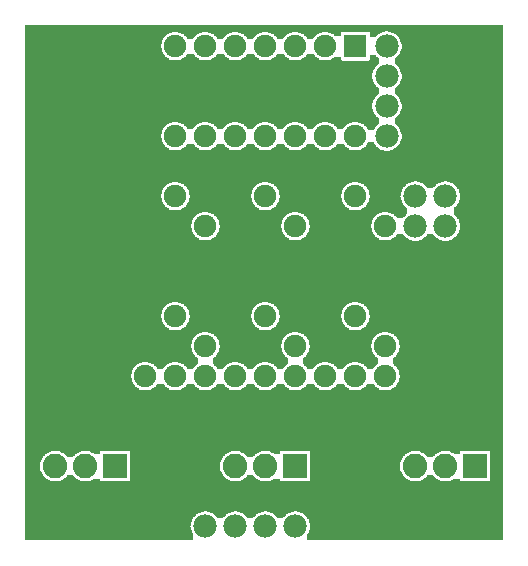
<source format=gtl>
G04 MADE WITH FRITZING*
G04 WWW.FRITZING.ORG*
G04 DOUBLE SIDED*
G04 HOLES PLATED*
G04 CONTOUR ON CENTER OF CONTOUR VECTOR*
%ASAXBY*%
%FSLAX23Y23*%
%MOIN*%
%OFA0B0*%
%SFA1.0B1.0*%
%ADD10C,0.075000*%
%ADD11C,0.078000*%
%ADD12C,0.082000*%
%ADD13R,0.075000X0.075000*%
%ADD14R,0.082000X0.082000*%
%LNCOPPER1*%
G90*
G70*
G54D10*
X1344Y1681D03*
G54D11*
X1442Y1188D03*
X1342Y1188D03*
X1442Y1188D03*
X1342Y1188D03*
X1442Y1088D03*
X1342Y1088D03*
X1442Y1088D03*
X1342Y1088D03*
X642Y88D03*
X742Y88D03*
X842Y88D03*
X942Y88D03*
X642Y88D03*
X742Y88D03*
X842Y88D03*
X942Y88D03*
G54D10*
X1142Y1688D03*
X1142Y1388D03*
X1042Y1688D03*
X1042Y1388D03*
X942Y1688D03*
X942Y1388D03*
X842Y1688D03*
X842Y1388D03*
X742Y1688D03*
X742Y1388D03*
X642Y1688D03*
X642Y1388D03*
X542Y1688D03*
X542Y1388D03*
G54D11*
X1247Y1688D03*
X1247Y1588D03*
X1247Y1488D03*
X1247Y1388D03*
X1247Y1688D03*
X1247Y1588D03*
X1247Y1488D03*
X1247Y1388D03*
G54D10*
X642Y588D03*
X542Y588D03*
X442Y588D03*
X642Y588D03*
X542Y588D03*
X442Y588D03*
X942Y588D03*
X842Y588D03*
X742Y588D03*
X942Y588D03*
X842Y588D03*
X742Y588D03*
X1242Y588D03*
X1142Y588D03*
X1042Y588D03*
X1242Y588D03*
X1142Y588D03*
X1042Y588D03*
G54D12*
X942Y288D03*
X842Y288D03*
X742Y288D03*
X942Y288D03*
X842Y288D03*
X742Y288D03*
X342Y288D03*
X242Y288D03*
X142Y288D03*
X342Y288D03*
X242Y288D03*
X142Y288D03*
X1542Y288D03*
X1442Y288D03*
X1342Y288D03*
X1542Y288D03*
X1442Y288D03*
X1342Y288D03*
G54D10*
X642Y688D03*
X642Y1088D03*
X642Y688D03*
X642Y1088D03*
X942Y688D03*
X942Y1088D03*
X942Y688D03*
X942Y1088D03*
X1242Y688D03*
X1242Y1088D03*
X1242Y688D03*
X1242Y1088D03*
X842Y1188D03*
X842Y788D03*
X842Y1188D03*
X842Y788D03*
X542Y1188D03*
X542Y788D03*
X542Y1188D03*
X542Y788D03*
X1142Y1188D03*
X1142Y788D03*
X1142Y1188D03*
X1142Y788D03*
G54D13*
X1142Y1688D03*
G54D14*
X942Y288D03*
X942Y288D03*
X342Y288D03*
X342Y288D03*
X1542Y288D03*
X1542Y288D03*
G36*
X40Y1758D02*
X40Y1738D01*
X1252Y1738D01*
X1252Y1736D01*
X1262Y1736D01*
X1262Y1734D01*
X1268Y1734D01*
X1268Y1732D01*
X1270Y1732D01*
X1270Y1730D01*
X1274Y1730D01*
X1274Y1728D01*
X1276Y1728D01*
X1276Y1726D01*
X1280Y1726D01*
X1280Y1724D01*
X1282Y1724D01*
X1282Y1722D01*
X1284Y1722D01*
X1284Y1718D01*
X1286Y1718D01*
X1286Y1716D01*
X1288Y1716D01*
X1288Y1712D01*
X1290Y1712D01*
X1290Y1710D01*
X1292Y1710D01*
X1292Y1704D01*
X1294Y1704D01*
X1294Y1696D01*
X1296Y1696D01*
X1296Y1680D01*
X1294Y1680D01*
X1294Y1672D01*
X1292Y1672D01*
X1292Y1668D01*
X1290Y1668D01*
X1290Y1664D01*
X1288Y1664D01*
X1288Y1660D01*
X1286Y1660D01*
X1286Y1658D01*
X1284Y1658D01*
X1284Y1656D01*
X1282Y1656D01*
X1282Y1654D01*
X1280Y1654D01*
X1280Y1652D01*
X1278Y1652D01*
X1278Y1650D01*
X1276Y1650D01*
X1276Y1648D01*
X1274Y1648D01*
X1274Y1628D01*
X1276Y1628D01*
X1276Y1626D01*
X1280Y1626D01*
X1280Y1624D01*
X1282Y1624D01*
X1282Y1622D01*
X1284Y1622D01*
X1284Y1618D01*
X1286Y1618D01*
X1286Y1616D01*
X1288Y1616D01*
X1288Y1612D01*
X1290Y1612D01*
X1290Y1610D01*
X1292Y1610D01*
X1292Y1604D01*
X1294Y1604D01*
X1294Y1596D01*
X1296Y1596D01*
X1296Y1580D01*
X1294Y1580D01*
X1294Y1572D01*
X1292Y1572D01*
X1292Y1568D01*
X1290Y1568D01*
X1290Y1564D01*
X1288Y1564D01*
X1288Y1560D01*
X1286Y1560D01*
X1286Y1558D01*
X1284Y1558D01*
X1284Y1556D01*
X1282Y1556D01*
X1282Y1554D01*
X1280Y1554D01*
X1280Y1552D01*
X1278Y1552D01*
X1278Y1550D01*
X1276Y1550D01*
X1276Y1548D01*
X1274Y1548D01*
X1274Y1528D01*
X1276Y1528D01*
X1276Y1526D01*
X1280Y1526D01*
X1280Y1524D01*
X1282Y1524D01*
X1282Y1522D01*
X1284Y1522D01*
X1284Y1518D01*
X1286Y1518D01*
X1286Y1516D01*
X1288Y1516D01*
X1288Y1512D01*
X1290Y1512D01*
X1290Y1510D01*
X1292Y1510D01*
X1292Y1504D01*
X1294Y1504D01*
X1294Y1496D01*
X1296Y1496D01*
X1296Y1480D01*
X1294Y1480D01*
X1294Y1472D01*
X1292Y1472D01*
X1292Y1468D01*
X1290Y1468D01*
X1290Y1464D01*
X1288Y1464D01*
X1288Y1460D01*
X1286Y1460D01*
X1286Y1458D01*
X1284Y1458D01*
X1284Y1456D01*
X1282Y1456D01*
X1282Y1454D01*
X1280Y1454D01*
X1280Y1452D01*
X1278Y1452D01*
X1278Y1450D01*
X1276Y1450D01*
X1276Y1448D01*
X1274Y1448D01*
X1274Y1428D01*
X1276Y1428D01*
X1276Y1426D01*
X1280Y1426D01*
X1280Y1424D01*
X1282Y1424D01*
X1282Y1422D01*
X1284Y1422D01*
X1284Y1418D01*
X1286Y1418D01*
X1286Y1416D01*
X1288Y1416D01*
X1288Y1412D01*
X1290Y1412D01*
X1290Y1410D01*
X1292Y1410D01*
X1292Y1404D01*
X1294Y1404D01*
X1294Y1396D01*
X1296Y1396D01*
X1296Y1380D01*
X1294Y1380D01*
X1294Y1372D01*
X1292Y1372D01*
X1292Y1368D01*
X1290Y1368D01*
X1290Y1364D01*
X1288Y1364D01*
X1288Y1360D01*
X1286Y1360D01*
X1286Y1358D01*
X1284Y1358D01*
X1284Y1356D01*
X1282Y1356D01*
X1282Y1354D01*
X1280Y1354D01*
X1280Y1352D01*
X1278Y1352D01*
X1278Y1350D01*
X1276Y1350D01*
X1276Y1348D01*
X1272Y1348D01*
X1272Y1346D01*
X1268Y1346D01*
X1268Y1344D01*
X1264Y1344D01*
X1264Y1342D01*
X1258Y1342D01*
X1258Y1340D01*
X1634Y1340D01*
X1634Y1758D01*
X40Y1758D01*
G37*
D02*
G36*
X40Y1738D02*
X40Y1736D01*
X1190Y1736D01*
X1190Y1720D01*
X1210Y1720D01*
X1210Y1722D01*
X1212Y1722D01*
X1212Y1724D01*
X1214Y1724D01*
X1214Y1726D01*
X1216Y1726D01*
X1216Y1728D01*
X1220Y1728D01*
X1220Y1730D01*
X1224Y1730D01*
X1224Y1732D01*
X1226Y1732D01*
X1226Y1734D01*
X1232Y1734D01*
X1232Y1736D01*
X1240Y1736D01*
X1240Y1738D01*
X40Y1738D01*
G37*
D02*
G36*
X40Y1736D02*
X40Y1642D01*
X530Y1642D01*
X530Y1644D01*
X522Y1644D01*
X522Y1646D01*
X520Y1646D01*
X520Y1648D01*
X516Y1648D01*
X516Y1650D01*
X514Y1650D01*
X514Y1652D01*
X510Y1652D01*
X510Y1654D01*
X508Y1654D01*
X508Y1656D01*
X506Y1656D01*
X506Y1658D01*
X504Y1658D01*
X504Y1662D01*
X502Y1662D01*
X502Y1664D01*
X500Y1664D01*
X500Y1668D01*
X498Y1668D01*
X498Y1674D01*
X496Y1674D01*
X496Y1682D01*
X494Y1682D01*
X494Y1696D01*
X496Y1696D01*
X496Y1704D01*
X498Y1704D01*
X498Y1708D01*
X500Y1708D01*
X500Y1712D01*
X502Y1712D01*
X502Y1716D01*
X504Y1716D01*
X504Y1718D01*
X506Y1718D01*
X506Y1720D01*
X508Y1720D01*
X508Y1722D01*
X510Y1722D01*
X510Y1724D01*
X512Y1724D01*
X512Y1726D01*
X514Y1726D01*
X514Y1728D01*
X518Y1728D01*
X518Y1730D01*
X522Y1730D01*
X522Y1732D01*
X526Y1732D01*
X526Y1734D01*
X532Y1734D01*
X532Y1736D01*
X40Y1736D01*
G37*
D02*
G36*
X550Y1736D02*
X550Y1734D01*
X558Y1734D01*
X558Y1732D01*
X562Y1732D01*
X562Y1730D01*
X566Y1730D01*
X566Y1728D01*
X570Y1728D01*
X570Y1726D01*
X572Y1726D01*
X572Y1724D01*
X574Y1724D01*
X574Y1722D01*
X576Y1722D01*
X576Y1720D01*
X578Y1720D01*
X578Y1718D01*
X580Y1718D01*
X580Y1716D01*
X582Y1716D01*
X582Y1712D01*
X602Y1712D01*
X602Y1716D01*
X604Y1716D01*
X604Y1718D01*
X606Y1718D01*
X606Y1720D01*
X608Y1720D01*
X608Y1722D01*
X610Y1722D01*
X610Y1724D01*
X612Y1724D01*
X612Y1726D01*
X614Y1726D01*
X614Y1728D01*
X618Y1728D01*
X618Y1730D01*
X622Y1730D01*
X622Y1732D01*
X626Y1732D01*
X626Y1734D01*
X632Y1734D01*
X632Y1736D01*
X550Y1736D01*
G37*
D02*
G36*
X650Y1736D02*
X650Y1734D01*
X658Y1734D01*
X658Y1732D01*
X662Y1732D01*
X662Y1730D01*
X666Y1730D01*
X666Y1728D01*
X670Y1728D01*
X670Y1726D01*
X672Y1726D01*
X672Y1724D01*
X674Y1724D01*
X674Y1722D01*
X676Y1722D01*
X676Y1720D01*
X678Y1720D01*
X678Y1718D01*
X680Y1718D01*
X680Y1716D01*
X682Y1716D01*
X682Y1712D01*
X702Y1712D01*
X702Y1716D01*
X704Y1716D01*
X704Y1718D01*
X706Y1718D01*
X706Y1720D01*
X708Y1720D01*
X708Y1722D01*
X710Y1722D01*
X710Y1724D01*
X712Y1724D01*
X712Y1726D01*
X714Y1726D01*
X714Y1728D01*
X718Y1728D01*
X718Y1730D01*
X722Y1730D01*
X722Y1732D01*
X726Y1732D01*
X726Y1734D01*
X732Y1734D01*
X732Y1736D01*
X650Y1736D01*
G37*
D02*
G36*
X750Y1736D02*
X750Y1734D01*
X758Y1734D01*
X758Y1732D01*
X762Y1732D01*
X762Y1730D01*
X766Y1730D01*
X766Y1728D01*
X770Y1728D01*
X770Y1726D01*
X772Y1726D01*
X772Y1724D01*
X774Y1724D01*
X774Y1722D01*
X776Y1722D01*
X776Y1720D01*
X778Y1720D01*
X778Y1718D01*
X780Y1718D01*
X780Y1716D01*
X782Y1716D01*
X782Y1712D01*
X802Y1712D01*
X802Y1716D01*
X804Y1716D01*
X804Y1718D01*
X806Y1718D01*
X806Y1720D01*
X808Y1720D01*
X808Y1722D01*
X810Y1722D01*
X810Y1724D01*
X812Y1724D01*
X812Y1726D01*
X814Y1726D01*
X814Y1728D01*
X818Y1728D01*
X818Y1730D01*
X822Y1730D01*
X822Y1732D01*
X826Y1732D01*
X826Y1734D01*
X832Y1734D01*
X832Y1736D01*
X750Y1736D01*
G37*
D02*
G36*
X850Y1736D02*
X850Y1734D01*
X858Y1734D01*
X858Y1732D01*
X862Y1732D01*
X862Y1730D01*
X866Y1730D01*
X866Y1728D01*
X870Y1728D01*
X870Y1726D01*
X872Y1726D01*
X872Y1724D01*
X874Y1724D01*
X874Y1722D01*
X876Y1722D01*
X876Y1720D01*
X878Y1720D01*
X878Y1718D01*
X880Y1718D01*
X880Y1716D01*
X882Y1716D01*
X882Y1712D01*
X902Y1712D01*
X902Y1716D01*
X904Y1716D01*
X904Y1718D01*
X906Y1718D01*
X906Y1720D01*
X908Y1720D01*
X908Y1722D01*
X910Y1722D01*
X910Y1724D01*
X912Y1724D01*
X912Y1726D01*
X914Y1726D01*
X914Y1728D01*
X918Y1728D01*
X918Y1730D01*
X922Y1730D01*
X922Y1732D01*
X926Y1732D01*
X926Y1734D01*
X932Y1734D01*
X932Y1736D01*
X850Y1736D01*
G37*
D02*
G36*
X950Y1736D02*
X950Y1734D01*
X958Y1734D01*
X958Y1732D01*
X962Y1732D01*
X962Y1730D01*
X966Y1730D01*
X966Y1728D01*
X970Y1728D01*
X970Y1726D01*
X972Y1726D01*
X972Y1724D01*
X974Y1724D01*
X974Y1722D01*
X976Y1722D01*
X976Y1720D01*
X978Y1720D01*
X978Y1718D01*
X980Y1718D01*
X980Y1716D01*
X982Y1716D01*
X982Y1712D01*
X1002Y1712D01*
X1002Y1716D01*
X1004Y1716D01*
X1004Y1718D01*
X1006Y1718D01*
X1006Y1720D01*
X1008Y1720D01*
X1008Y1722D01*
X1010Y1722D01*
X1010Y1724D01*
X1012Y1724D01*
X1012Y1726D01*
X1014Y1726D01*
X1014Y1728D01*
X1018Y1728D01*
X1018Y1730D01*
X1022Y1730D01*
X1022Y1732D01*
X1026Y1732D01*
X1026Y1734D01*
X1032Y1734D01*
X1032Y1736D01*
X950Y1736D01*
G37*
D02*
G36*
X1050Y1736D02*
X1050Y1734D01*
X1058Y1734D01*
X1058Y1732D01*
X1062Y1732D01*
X1062Y1730D01*
X1066Y1730D01*
X1066Y1728D01*
X1070Y1728D01*
X1070Y1726D01*
X1072Y1726D01*
X1072Y1724D01*
X1074Y1724D01*
X1074Y1722D01*
X1094Y1722D01*
X1094Y1736D01*
X1050Y1736D01*
G37*
D02*
G36*
X582Y1664D02*
X582Y1662D01*
X580Y1662D01*
X580Y1660D01*
X578Y1660D01*
X578Y1656D01*
X576Y1656D01*
X576Y1654D01*
X574Y1654D01*
X574Y1652D01*
X570Y1652D01*
X570Y1650D01*
X568Y1650D01*
X568Y1648D01*
X564Y1648D01*
X564Y1646D01*
X560Y1646D01*
X560Y1644D01*
X554Y1644D01*
X554Y1642D01*
X630Y1642D01*
X630Y1644D01*
X622Y1644D01*
X622Y1646D01*
X620Y1646D01*
X620Y1648D01*
X616Y1648D01*
X616Y1650D01*
X614Y1650D01*
X614Y1652D01*
X610Y1652D01*
X610Y1654D01*
X608Y1654D01*
X608Y1656D01*
X606Y1656D01*
X606Y1658D01*
X604Y1658D01*
X604Y1662D01*
X602Y1662D01*
X602Y1664D01*
X582Y1664D01*
G37*
D02*
G36*
X682Y1664D02*
X682Y1662D01*
X680Y1662D01*
X680Y1660D01*
X678Y1660D01*
X678Y1656D01*
X676Y1656D01*
X676Y1654D01*
X674Y1654D01*
X674Y1652D01*
X670Y1652D01*
X670Y1650D01*
X668Y1650D01*
X668Y1648D01*
X664Y1648D01*
X664Y1646D01*
X660Y1646D01*
X660Y1644D01*
X654Y1644D01*
X654Y1642D01*
X730Y1642D01*
X730Y1644D01*
X722Y1644D01*
X722Y1646D01*
X720Y1646D01*
X720Y1648D01*
X716Y1648D01*
X716Y1650D01*
X714Y1650D01*
X714Y1652D01*
X710Y1652D01*
X710Y1654D01*
X708Y1654D01*
X708Y1656D01*
X706Y1656D01*
X706Y1658D01*
X704Y1658D01*
X704Y1662D01*
X702Y1662D01*
X702Y1664D01*
X682Y1664D01*
G37*
D02*
G36*
X782Y1664D02*
X782Y1662D01*
X780Y1662D01*
X780Y1660D01*
X778Y1660D01*
X778Y1656D01*
X776Y1656D01*
X776Y1654D01*
X774Y1654D01*
X774Y1652D01*
X770Y1652D01*
X770Y1650D01*
X768Y1650D01*
X768Y1648D01*
X764Y1648D01*
X764Y1646D01*
X760Y1646D01*
X760Y1644D01*
X754Y1644D01*
X754Y1642D01*
X830Y1642D01*
X830Y1644D01*
X822Y1644D01*
X822Y1646D01*
X820Y1646D01*
X820Y1648D01*
X816Y1648D01*
X816Y1650D01*
X814Y1650D01*
X814Y1652D01*
X810Y1652D01*
X810Y1654D01*
X808Y1654D01*
X808Y1656D01*
X806Y1656D01*
X806Y1658D01*
X804Y1658D01*
X804Y1662D01*
X802Y1662D01*
X802Y1664D01*
X782Y1664D01*
G37*
D02*
G36*
X882Y1664D02*
X882Y1662D01*
X880Y1662D01*
X880Y1660D01*
X878Y1660D01*
X878Y1656D01*
X876Y1656D01*
X876Y1654D01*
X874Y1654D01*
X874Y1652D01*
X870Y1652D01*
X870Y1650D01*
X868Y1650D01*
X868Y1648D01*
X864Y1648D01*
X864Y1646D01*
X860Y1646D01*
X860Y1644D01*
X854Y1644D01*
X854Y1642D01*
X930Y1642D01*
X930Y1644D01*
X922Y1644D01*
X922Y1646D01*
X920Y1646D01*
X920Y1648D01*
X916Y1648D01*
X916Y1650D01*
X914Y1650D01*
X914Y1652D01*
X910Y1652D01*
X910Y1654D01*
X908Y1654D01*
X908Y1656D01*
X906Y1656D01*
X906Y1658D01*
X904Y1658D01*
X904Y1662D01*
X902Y1662D01*
X902Y1664D01*
X882Y1664D01*
G37*
D02*
G36*
X982Y1664D02*
X982Y1662D01*
X980Y1662D01*
X980Y1660D01*
X978Y1660D01*
X978Y1656D01*
X976Y1656D01*
X976Y1654D01*
X974Y1654D01*
X974Y1652D01*
X970Y1652D01*
X970Y1650D01*
X968Y1650D01*
X968Y1648D01*
X964Y1648D01*
X964Y1646D01*
X960Y1646D01*
X960Y1644D01*
X954Y1644D01*
X954Y1642D01*
X1030Y1642D01*
X1030Y1644D01*
X1022Y1644D01*
X1022Y1646D01*
X1020Y1646D01*
X1020Y1648D01*
X1016Y1648D01*
X1016Y1650D01*
X1014Y1650D01*
X1014Y1652D01*
X1010Y1652D01*
X1010Y1654D01*
X1008Y1654D01*
X1008Y1656D01*
X1006Y1656D01*
X1006Y1658D01*
X1004Y1658D01*
X1004Y1662D01*
X1002Y1662D01*
X1002Y1664D01*
X982Y1664D01*
G37*
D02*
G36*
X1190Y1658D02*
X1190Y1642D01*
X1188Y1642D01*
X1188Y1640D01*
X1220Y1640D01*
X1220Y1648D01*
X1218Y1648D01*
X1218Y1650D01*
X1216Y1650D01*
X1216Y1652D01*
X1214Y1652D01*
X1214Y1654D01*
X1212Y1654D01*
X1212Y1656D01*
X1210Y1656D01*
X1210Y1658D01*
X1190Y1658D01*
G37*
D02*
G36*
X1074Y1654D02*
X1074Y1652D01*
X1070Y1652D01*
X1070Y1650D01*
X1068Y1650D01*
X1068Y1648D01*
X1064Y1648D01*
X1064Y1646D01*
X1060Y1646D01*
X1060Y1644D01*
X1054Y1644D01*
X1054Y1642D01*
X1094Y1642D01*
X1094Y1654D01*
X1074Y1654D01*
G37*
D02*
G36*
X40Y1642D02*
X40Y1640D01*
X1096Y1640D01*
X1096Y1642D01*
X40Y1642D01*
G37*
D02*
G36*
X40Y1642D02*
X40Y1640D01*
X1096Y1640D01*
X1096Y1642D01*
X40Y1642D01*
G37*
D02*
G36*
X40Y1642D02*
X40Y1640D01*
X1096Y1640D01*
X1096Y1642D01*
X40Y1642D01*
G37*
D02*
G36*
X40Y1642D02*
X40Y1640D01*
X1096Y1640D01*
X1096Y1642D01*
X40Y1642D01*
G37*
D02*
G36*
X40Y1642D02*
X40Y1640D01*
X1096Y1640D01*
X1096Y1642D01*
X40Y1642D01*
G37*
D02*
G36*
X40Y1642D02*
X40Y1640D01*
X1096Y1640D01*
X1096Y1642D01*
X40Y1642D01*
G37*
D02*
G36*
X40Y1642D02*
X40Y1640D01*
X1096Y1640D01*
X1096Y1642D01*
X40Y1642D01*
G37*
D02*
G36*
X40Y1640D02*
X40Y1638D01*
X1220Y1638D01*
X1220Y1640D01*
X40Y1640D01*
G37*
D02*
G36*
X40Y1640D02*
X40Y1638D01*
X1220Y1638D01*
X1220Y1640D01*
X40Y1640D01*
G37*
D02*
G36*
X40Y1638D02*
X40Y1436D01*
X1152Y1436D01*
X1152Y1434D01*
X1158Y1434D01*
X1158Y1432D01*
X1162Y1432D01*
X1162Y1430D01*
X1166Y1430D01*
X1166Y1428D01*
X1170Y1428D01*
X1170Y1426D01*
X1172Y1426D01*
X1172Y1424D01*
X1174Y1424D01*
X1174Y1422D01*
X1176Y1422D01*
X1176Y1420D01*
X1178Y1420D01*
X1178Y1418D01*
X1180Y1418D01*
X1180Y1416D01*
X1182Y1416D01*
X1182Y1412D01*
X1184Y1412D01*
X1184Y1410D01*
X1204Y1410D01*
X1204Y1414D01*
X1206Y1414D01*
X1206Y1416D01*
X1208Y1416D01*
X1208Y1420D01*
X1210Y1420D01*
X1210Y1422D01*
X1212Y1422D01*
X1212Y1424D01*
X1214Y1424D01*
X1214Y1426D01*
X1216Y1426D01*
X1216Y1428D01*
X1220Y1428D01*
X1220Y1448D01*
X1218Y1448D01*
X1218Y1450D01*
X1216Y1450D01*
X1216Y1452D01*
X1214Y1452D01*
X1214Y1454D01*
X1212Y1454D01*
X1212Y1456D01*
X1210Y1456D01*
X1210Y1458D01*
X1208Y1458D01*
X1208Y1460D01*
X1206Y1460D01*
X1206Y1464D01*
X1204Y1464D01*
X1204Y1468D01*
X1202Y1468D01*
X1202Y1472D01*
X1200Y1472D01*
X1200Y1478D01*
X1198Y1478D01*
X1198Y1498D01*
X1200Y1498D01*
X1200Y1506D01*
X1202Y1506D01*
X1202Y1510D01*
X1204Y1510D01*
X1204Y1514D01*
X1206Y1514D01*
X1206Y1516D01*
X1208Y1516D01*
X1208Y1520D01*
X1210Y1520D01*
X1210Y1522D01*
X1212Y1522D01*
X1212Y1524D01*
X1214Y1524D01*
X1214Y1526D01*
X1216Y1526D01*
X1216Y1528D01*
X1220Y1528D01*
X1220Y1548D01*
X1218Y1548D01*
X1218Y1550D01*
X1216Y1550D01*
X1216Y1552D01*
X1214Y1552D01*
X1214Y1554D01*
X1212Y1554D01*
X1212Y1556D01*
X1210Y1556D01*
X1210Y1558D01*
X1208Y1558D01*
X1208Y1560D01*
X1206Y1560D01*
X1206Y1564D01*
X1204Y1564D01*
X1204Y1568D01*
X1202Y1568D01*
X1202Y1572D01*
X1200Y1572D01*
X1200Y1578D01*
X1198Y1578D01*
X1198Y1598D01*
X1200Y1598D01*
X1200Y1606D01*
X1202Y1606D01*
X1202Y1610D01*
X1204Y1610D01*
X1204Y1614D01*
X1206Y1614D01*
X1206Y1616D01*
X1208Y1616D01*
X1208Y1620D01*
X1210Y1620D01*
X1210Y1622D01*
X1212Y1622D01*
X1212Y1624D01*
X1214Y1624D01*
X1214Y1626D01*
X1216Y1626D01*
X1216Y1628D01*
X1220Y1628D01*
X1220Y1638D01*
X40Y1638D01*
G37*
D02*
G36*
X40Y1436D02*
X40Y1342D01*
X530Y1342D01*
X530Y1344D01*
X522Y1344D01*
X522Y1346D01*
X520Y1346D01*
X520Y1348D01*
X516Y1348D01*
X516Y1350D01*
X514Y1350D01*
X514Y1352D01*
X510Y1352D01*
X510Y1354D01*
X508Y1354D01*
X508Y1356D01*
X506Y1356D01*
X506Y1358D01*
X504Y1358D01*
X504Y1362D01*
X502Y1362D01*
X502Y1364D01*
X500Y1364D01*
X500Y1368D01*
X498Y1368D01*
X498Y1374D01*
X496Y1374D01*
X496Y1382D01*
X494Y1382D01*
X494Y1396D01*
X496Y1396D01*
X496Y1404D01*
X498Y1404D01*
X498Y1408D01*
X500Y1408D01*
X500Y1412D01*
X502Y1412D01*
X502Y1416D01*
X504Y1416D01*
X504Y1418D01*
X506Y1418D01*
X506Y1420D01*
X508Y1420D01*
X508Y1422D01*
X510Y1422D01*
X510Y1424D01*
X512Y1424D01*
X512Y1426D01*
X514Y1426D01*
X514Y1428D01*
X518Y1428D01*
X518Y1430D01*
X522Y1430D01*
X522Y1432D01*
X526Y1432D01*
X526Y1434D01*
X532Y1434D01*
X532Y1436D01*
X40Y1436D01*
G37*
D02*
G36*
X552Y1436D02*
X552Y1434D01*
X558Y1434D01*
X558Y1432D01*
X562Y1432D01*
X562Y1430D01*
X566Y1430D01*
X566Y1428D01*
X570Y1428D01*
X570Y1426D01*
X572Y1426D01*
X572Y1424D01*
X574Y1424D01*
X574Y1422D01*
X576Y1422D01*
X576Y1420D01*
X578Y1420D01*
X578Y1418D01*
X580Y1418D01*
X580Y1416D01*
X582Y1416D01*
X582Y1412D01*
X602Y1412D01*
X602Y1416D01*
X604Y1416D01*
X604Y1418D01*
X606Y1418D01*
X606Y1420D01*
X608Y1420D01*
X608Y1422D01*
X610Y1422D01*
X610Y1424D01*
X612Y1424D01*
X612Y1426D01*
X614Y1426D01*
X614Y1428D01*
X618Y1428D01*
X618Y1430D01*
X622Y1430D01*
X622Y1432D01*
X626Y1432D01*
X626Y1434D01*
X632Y1434D01*
X632Y1436D01*
X552Y1436D01*
G37*
D02*
G36*
X652Y1436D02*
X652Y1434D01*
X658Y1434D01*
X658Y1432D01*
X662Y1432D01*
X662Y1430D01*
X666Y1430D01*
X666Y1428D01*
X670Y1428D01*
X670Y1426D01*
X672Y1426D01*
X672Y1424D01*
X674Y1424D01*
X674Y1422D01*
X676Y1422D01*
X676Y1420D01*
X678Y1420D01*
X678Y1418D01*
X680Y1418D01*
X680Y1416D01*
X682Y1416D01*
X682Y1412D01*
X702Y1412D01*
X702Y1416D01*
X704Y1416D01*
X704Y1418D01*
X706Y1418D01*
X706Y1420D01*
X708Y1420D01*
X708Y1422D01*
X710Y1422D01*
X710Y1424D01*
X712Y1424D01*
X712Y1426D01*
X714Y1426D01*
X714Y1428D01*
X718Y1428D01*
X718Y1430D01*
X722Y1430D01*
X722Y1432D01*
X726Y1432D01*
X726Y1434D01*
X732Y1434D01*
X732Y1436D01*
X652Y1436D01*
G37*
D02*
G36*
X752Y1436D02*
X752Y1434D01*
X758Y1434D01*
X758Y1432D01*
X762Y1432D01*
X762Y1430D01*
X766Y1430D01*
X766Y1428D01*
X770Y1428D01*
X770Y1426D01*
X772Y1426D01*
X772Y1424D01*
X774Y1424D01*
X774Y1422D01*
X776Y1422D01*
X776Y1420D01*
X778Y1420D01*
X778Y1418D01*
X780Y1418D01*
X780Y1416D01*
X782Y1416D01*
X782Y1412D01*
X802Y1412D01*
X802Y1416D01*
X804Y1416D01*
X804Y1418D01*
X806Y1418D01*
X806Y1420D01*
X808Y1420D01*
X808Y1422D01*
X810Y1422D01*
X810Y1424D01*
X812Y1424D01*
X812Y1426D01*
X814Y1426D01*
X814Y1428D01*
X818Y1428D01*
X818Y1430D01*
X822Y1430D01*
X822Y1432D01*
X826Y1432D01*
X826Y1434D01*
X832Y1434D01*
X832Y1436D01*
X752Y1436D01*
G37*
D02*
G36*
X852Y1436D02*
X852Y1434D01*
X858Y1434D01*
X858Y1432D01*
X862Y1432D01*
X862Y1430D01*
X866Y1430D01*
X866Y1428D01*
X870Y1428D01*
X870Y1426D01*
X872Y1426D01*
X872Y1424D01*
X874Y1424D01*
X874Y1422D01*
X876Y1422D01*
X876Y1420D01*
X878Y1420D01*
X878Y1418D01*
X880Y1418D01*
X880Y1416D01*
X882Y1416D01*
X882Y1412D01*
X902Y1412D01*
X902Y1416D01*
X904Y1416D01*
X904Y1418D01*
X906Y1418D01*
X906Y1420D01*
X908Y1420D01*
X908Y1422D01*
X910Y1422D01*
X910Y1424D01*
X912Y1424D01*
X912Y1426D01*
X914Y1426D01*
X914Y1428D01*
X918Y1428D01*
X918Y1430D01*
X922Y1430D01*
X922Y1432D01*
X926Y1432D01*
X926Y1434D01*
X932Y1434D01*
X932Y1436D01*
X852Y1436D01*
G37*
D02*
G36*
X952Y1436D02*
X952Y1434D01*
X958Y1434D01*
X958Y1432D01*
X962Y1432D01*
X962Y1430D01*
X966Y1430D01*
X966Y1428D01*
X970Y1428D01*
X970Y1426D01*
X972Y1426D01*
X972Y1424D01*
X974Y1424D01*
X974Y1422D01*
X976Y1422D01*
X976Y1420D01*
X978Y1420D01*
X978Y1418D01*
X980Y1418D01*
X980Y1416D01*
X982Y1416D01*
X982Y1412D01*
X1002Y1412D01*
X1002Y1416D01*
X1004Y1416D01*
X1004Y1418D01*
X1006Y1418D01*
X1006Y1420D01*
X1008Y1420D01*
X1008Y1422D01*
X1010Y1422D01*
X1010Y1424D01*
X1012Y1424D01*
X1012Y1426D01*
X1014Y1426D01*
X1014Y1428D01*
X1018Y1428D01*
X1018Y1430D01*
X1022Y1430D01*
X1022Y1432D01*
X1026Y1432D01*
X1026Y1434D01*
X1032Y1434D01*
X1032Y1436D01*
X952Y1436D01*
G37*
D02*
G36*
X1052Y1436D02*
X1052Y1434D01*
X1058Y1434D01*
X1058Y1432D01*
X1062Y1432D01*
X1062Y1430D01*
X1066Y1430D01*
X1066Y1428D01*
X1070Y1428D01*
X1070Y1426D01*
X1072Y1426D01*
X1072Y1424D01*
X1074Y1424D01*
X1074Y1422D01*
X1076Y1422D01*
X1076Y1420D01*
X1078Y1420D01*
X1078Y1418D01*
X1080Y1418D01*
X1080Y1416D01*
X1082Y1416D01*
X1082Y1412D01*
X1102Y1412D01*
X1102Y1416D01*
X1104Y1416D01*
X1104Y1418D01*
X1106Y1418D01*
X1106Y1420D01*
X1108Y1420D01*
X1108Y1422D01*
X1110Y1422D01*
X1110Y1424D01*
X1112Y1424D01*
X1112Y1426D01*
X1114Y1426D01*
X1114Y1428D01*
X1118Y1428D01*
X1118Y1430D01*
X1122Y1430D01*
X1122Y1432D01*
X1126Y1432D01*
X1126Y1434D01*
X1132Y1434D01*
X1132Y1436D01*
X1052Y1436D01*
G37*
D02*
G36*
X1184Y1368D02*
X1184Y1366D01*
X1182Y1366D01*
X1182Y1362D01*
X1180Y1362D01*
X1180Y1360D01*
X1178Y1360D01*
X1178Y1356D01*
X1176Y1356D01*
X1176Y1354D01*
X1174Y1354D01*
X1174Y1352D01*
X1170Y1352D01*
X1170Y1350D01*
X1168Y1350D01*
X1168Y1348D01*
X1164Y1348D01*
X1164Y1346D01*
X1160Y1346D01*
X1160Y1344D01*
X1154Y1344D01*
X1154Y1342D01*
X1228Y1342D01*
X1228Y1344D01*
X1224Y1344D01*
X1224Y1346D01*
X1222Y1346D01*
X1222Y1348D01*
X1218Y1348D01*
X1218Y1350D01*
X1216Y1350D01*
X1216Y1352D01*
X1214Y1352D01*
X1214Y1354D01*
X1212Y1354D01*
X1212Y1356D01*
X1210Y1356D01*
X1210Y1358D01*
X1208Y1358D01*
X1208Y1360D01*
X1206Y1360D01*
X1206Y1364D01*
X1204Y1364D01*
X1204Y1368D01*
X1184Y1368D01*
G37*
D02*
G36*
X582Y1364D02*
X582Y1362D01*
X580Y1362D01*
X580Y1360D01*
X578Y1360D01*
X578Y1356D01*
X576Y1356D01*
X576Y1354D01*
X574Y1354D01*
X574Y1352D01*
X570Y1352D01*
X570Y1350D01*
X568Y1350D01*
X568Y1348D01*
X564Y1348D01*
X564Y1346D01*
X560Y1346D01*
X560Y1344D01*
X554Y1344D01*
X554Y1342D01*
X630Y1342D01*
X630Y1344D01*
X622Y1344D01*
X622Y1346D01*
X620Y1346D01*
X620Y1348D01*
X616Y1348D01*
X616Y1350D01*
X614Y1350D01*
X614Y1352D01*
X610Y1352D01*
X610Y1354D01*
X608Y1354D01*
X608Y1356D01*
X606Y1356D01*
X606Y1358D01*
X604Y1358D01*
X604Y1362D01*
X602Y1362D01*
X602Y1364D01*
X582Y1364D01*
G37*
D02*
G36*
X682Y1364D02*
X682Y1362D01*
X680Y1362D01*
X680Y1360D01*
X678Y1360D01*
X678Y1356D01*
X676Y1356D01*
X676Y1354D01*
X674Y1354D01*
X674Y1352D01*
X670Y1352D01*
X670Y1350D01*
X668Y1350D01*
X668Y1348D01*
X664Y1348D01*
X664Y1346D01*
X660Y1346D01*
X660Y1344D01*
X654Y1344D01*
X654Y1342D01*
X730Y1342D01*
X730Y1344D01*
X722Y1344D01*
X722Y1346D01*
X720Y1346D01*
X720Y1348D01*
X716Y1348D01*
X716Y1350D01*
X714Y1350D01*
X714Y1352D01*
X710Y1352D01*
X710Y1354D01*
X708Y1354D01*
X708Y1356D01*
X706Y1356D01*
X706Y1358D01*
X704Y1358D01*
X704Y1362D01*
X702Y1362D01*
X702Y1364D01*
X682Y1364D01*
G37*
D02*
G36*
X782Y1364D02*
X782Y1362D01*
X780Y1362D01*
X780Y1360D01*
X778Y1360D01*
X778Y1356D01*
X776Y1356D01*
X776Y1354D01*
X774Y1354D01*
X774Y1352D01*
X770Y1352D01*
X770Y1350D01*
X768Y1350D01*
X768Y1348D01*
X764Y1348D01*
X764Y1346D01*
X760Y1346D01*
X760Y1344D01*
X754Y1344D01*
X754Y1342D01*
X830Y1342D01*
X830Y1344D01*
X822Y1344D01*
X822Y1346D01*
X820Y1346D01*
X820Y1348D01*
X816Y1348D01*
X816Y1350D01*
X814Y1350D01*
X814Y1352D01*
X810Y1352D01*
X810Y1354D01*
X808Y1354D01*
X808Y1356D01*
X806Y1356D01*
X806Y1358D01*
X804Y1358D01*
X804Y1362D01*
X802Y1362D01*
X802Y1364D01*
X782Y1364D01*
G37*
D02*
G36*
X882Y1364D02*
X882Y1362D01*
X880Y1362D01*
X880Y1360D01*
X878Y1360D01*
X878Y1356D01*
X876Y1356D01*
X876Y1354D01*
X874Y1354D01*
X874Y1352D01*
X870Y1352D01*
X870Y1350D01*
X868Y1350D01*
X868Y1348D01*
X864Y1348D01*
X864Y1346D01*
X860Y1346D01*
X860Y1344D01*
X854Y1344D01*
X854Y1342D01*
X930Y1342D01*
X930Y1344D01*
X922Y1344D01*
X922Y1346D01*
X920Y1346D01*
X920Y1348D01*
X916Y1348D01*
X916Y1350D01*
X914Y1350D01*
X914Y1352D01*
X910Y1352D01*
X910Y1354D01*
X908Y1354D01*
X908Y1356D01*
X906Y1356D01*
X906Y1358D01*
X904Y1358D01*
X904Y1362D01*
X902Y1362D01*
X902Y1364D01*
X882Y1364D01*
G37*
D02*
G36*
X982Y1364D02*
X982Y1362D01*
X980Y1362D01*
X980Y1360D01*
X978Y1360D01*
X978Y1356D01*
X976Y1356D01*
X976Y1354D01*
X974Y1354D01*
X974Y1352D01*
X970Y1352D01*
X970Y1350D01*
X968Y1350D01*
X968Y1348D01*
X964Y1348D01*
X964Y1346D01*
X960Y1346D01*
X960Y1344D01*
X954Y1344D01*
X954Y1342D01*
X1030Y1342D01*
X1030Y1344D01*
X1022Y1344D01*
X1022Y1346D01*
X1020Y1346D01*
X1020Y1348D01*
X1016Y1348D01*
X1016Y1350D01*
X1014Y1350D01*
X1014Y1352D01*
X1010Y1352D01*
X1010Y1354D01*
X1008Y1354D01*
X1008Y1356D01*
X1006Y1356D01*
X1006Y1358D01*
X1004Y1358D01*
X1004Y1362D01*
X1002Y1362D01*
X1002Y1364D01*
X982Y1364D01*
G37*
D02*
G36*
X1082Y1364D02*
X1082Y1362D01*
X1080Y1362D01*
X1080Y1360D01*
X1078Y1360D01*
X1078Y1356D01*
X1076Y1356D01*
X1076Y1354D01*
X1074Y1354D01*
X1074Y1352D01*
X1070Y1352D01*
X1070Y1350D01*
X1068Y1350D01*
X1068Y1348D01*
X1064Y1348D01*
X1064Y1346D01*
X1060Y1346D01*
X1060Y1344D01*
X1054Y1344D01*
X1054Y1342D01*
X1130Y1342D01*
X1130Y1344D01*
X1122Y1344D01*
X1122Y1346D01*
X1120Y1346D01*
X1120Y1348D01*
X1116Y1348D01*
X1116Y1350D01*
X1114Y1350D01*
X1114Y1352D01*
X1110Y1352D01*
X1110Y1354D01*
X1108Y1354D01*
X1108Y1356D01*
X1106Y1356D01*
X1106Y1358D01*
X1104Y1358D01*
X1104Y1362D01*
X1102Y1362D01*
X1102Y1364D01*
X1082Y1364D01*
G37*
D02*
G36*
X40Y1342D02*
X40Y1340D01*
X1236Y1340D01*
X1236Y1342D01*
X40Y1342D01*
G37*
D02*
G36*
X40Y1342D02*
X40Y1340D01*
X1236Y1340D01*
X1236Y1342D01*
X40Y1342D01*
G37*
D02*
G36*
X40Y1342D02*
X40Y1340D01*
X1236Y1340D01*
X1236Y1342D01*
X40Y1342D01*
G37*
D02*
G36*
X40Y1342D02*
X40Y1340D01*
X1236Y1340D01*
X1236Y1342D01*
X40Y1342D01*
G37*
D02*
G36*
X40Y1342D02*
X40Y1340D01*
X1236Y1340D01*
X1236Y1342D01*
X40Y1342D01*
G37*
D02*
G36*
X40Y1342D02*
X40Y1340D01*
X1236Y1340D01*
X1236Y1342D01*
X40Y1342D01*
G37*
D02*
G36*
X40Y1342D02*
X40Y1340D01*
X1236Y1340D01*
X1236Y1342D01*
X40Y1342D01*
G37*
D02*
G36*
X40Y1342D02*
X40Y1340D01*
X1236Y1340D01*
X1236Y1342D01*
X40Y1342D01*
G37*
D02*
G36*
X40Y1340D02*
X40Y1338D01*
X1634Y1338D01*
X1634Y1340D01*
X40Y1340D01*
G37*
D02*
G36*
X40Y1340D02*
X40Y1338D01*
X1634Y1338D01*
X1634Y1340D01*
X40Y1340D01*
G37*
D02*
G36*
X40Y1338D02*
X40Y1238D01*
X1448Y1238D01*
X1448Y1236D01*
X1456Y1236D01*
X1456Y1234D01*
X1462Y1234D01*
X1462Y1232D01*
X1466Y1232D01*
X1466Y1230D01*
X1470Y1230D01*
X1470Y1228D01*
X1472Y1228D01*
X1472Y1226D01*
X1474Y1226D01*
X1474Y1224D01*
X1476Y1224D01*
X1476Y1222D01*
X1478Y1222D01*
X1478Y1220D01*
X1480Y1220D01*
X1480Y1218D01*
X1482Y1218D01*
X1482Y1214D01*
X1484Y1214D01*
X1484Y1212D01*
X1486Y1212D01*
X1486Y1208D01*
X1488Y1208D01*
X1488Y1200D01*
X1490Y1200D01*
X1490Y1176D01*
X1488Y1176D01*
X1488Y1170D01*
X1486Y1170D01*
X1486Y1166D01*
X1484Y1166D01*
X1484Y1162D01*
X1482Y1162D01*
X1482Y1160D01*
X1480Y1160D01*
X1480Y1156D01*
X1478Y1156D01*
X1478Y1154D01*
X1476Y1154D01*
X1476Y1152D01*
X1472Y1152D01*
X1472Y1150D01*
X1470Y1150D01*
X1470Y1128D01*
X1472Y1128D01*
X1472Y1126D01*
X1474Y1126D01*
X1474Y1124D01*
X1476Y1124D01*
X1476Y1122D01*
X1478Y1122D01*
X1478Y1120D01*
X1480Y1120D01*
X1480Y1118D01*
X1482Y1118D01*
X1482Y1114D01*
X1484Y1114D01*
X1484Y1112D01*
X1486Y1112D01*
X1486Y1108D01*
X1488Y1108D01*
X1488Y1100D01*
X1490Y1100D01*
X1490Y1076D01*
X1488Y1076D01*
X1488Y1070D01*
X1486Y1070D01*
X1486Y1066D01*
X1484Y1066D01*
X1484Y1062D01*
X1482Y1062D01*
X1482Y1060D01*
X1480Y1060D01*
X1480Y1056D01*
X1478Y1056D01*
X1478Y1054D01*
X1476Y1054D01*
X1476Y1052D01*
X1472Y1052D01*
X1472Y1050D01*
X1470Y1050D01*
X1470Y1048D01*
X1468Y1048D01*
X1468Y1046D01*
X1464Y1046D01*
X1464Y1044D01*
X1460Y1044D01*
X1460Y1042D01*
X1454Y1042D01*
X1454Y1040D01*
X1634Y1040D01*
X1634Y1338D01*
X40Y1338D01*
G37*
D02*
G36*
X40Y1238D02*
X40Y1236D01*
X1150Y1236D01*
X1150Y1234D01*
X1158Y1234D01*
X1158Y1232D01*
X1162Y1232D01*
X1162Y1230D01*
X1166Y1230D01*
X1166Y1228D01*
X1170Y1228D01*
X1170Y1226D01*
X1172Y1226D01*
X1172Y1224D01*
X1174Y1224D01*
X1174Y1222D01*
X1176Y1222D01*
X1176Y1220D01*
X1178Y1220D01*
X1178Y1218D01*
X1180Y1218D01*
X1180Y1216D01*
X1182Y1216D01*
X1182Y1212D01*
X1184Y1212D01*
X1184Y1208D01*
X1186Y1208D01*
X1186Y1202D01*
X1188Y1202D01*
X1188Y1194D01*
X1190Y1194D01*
X1190Y1184D01*
X1188Y1184D01*
X1188Y1174D01*
X1186Y1174D01*
X1186Y1168D01*
X1184Y1168D01*
X1184Y1166D01*
X1182Y1166D01*
X1182Y1162D01*
X1180Y1162D01*
X1180Y1160D01*
X1178Y1160D01*
X1178Y1156D01*
X1176Y1156D01*
X1176Y1154D01*
X1174Y1154D01*
X1174Y1152D01*
X1170Y1152D01*
X1170Y1150D01*
X1168Y1150D01*
X1168Y1148D01*
X1164Y1148D01*
X1164Y1146D01*
X1160Y1146D01*
X1160Y1144D01*
X1154Y1144D01*
X1154Y1142D01*
X1314Y1142D01*
X1314Y1150D01*
X1310Y1150D01*
X1310Y1152D01*
X1308Y1152D01*
X1308Y1154D01*
X1306Y1154D01*
X1306Y1156D01*
X1304Y1156D01*
X1304Y1160D01*
X1302Y1160D01*
X1302Y1162D01*
X1300Y1162D01*
X1300Y1166D01*
X1298Y1166D01*
X1298Y1168D01*
X1296Y1168D01*
X1296Y1176D01*
X1294Y1176D01*
X1294Y1186D01*
X1292Y1186D01*
X1292Y1190D01*
X1294Y1190D01*
X1294Y1202D01*
X1296Y1202D01*
X1296Y1208D01*
X1298Y1208D01*
X1298Y1212D01*
X1300Y1212D01*
X1300Y1216D01*
X1302Y1216D01*
X1302Y1218D01*
X1304Y1218D01*
X1304Y1220D01*
X1306Y1220D01*
X1306Y1222D01*
X1308Y1222D01*
X1308Y1224D01*
X1310Y1224D01*
X1310Y1226D01*
X1312Y1226D01*
X1312Y1228D01*
X1314Y1228D01*
X1314Y1230D01*
X1318Y1230D01*
X1318Y1232D01*
X1322Y1232D01*
X1322Y1234D01*
X1328Y1234D01*
X1328Y1236D01*
X1336Y1236D01*
X1336Y1238D01*
X40Y1238D01*
G37*
D02*
G36*
X1348Y1238D02*
X1348Y1236D01*
X1356Y1236D01*
X1356Y1234D01*
X1362Y1234D01*
X1362Y1232D01*
X1366Y1232D01*
X1366Y1230D01*
X1370Y1230D01*
X1370Y1228D01*
X1372Y1228D01*
X1372Y1226D01*
X1374Y1226D01*
X1374Y1224D01*
X1376Y1224D01*
X1376Y1222D01*
X1378Y1222D01*
X1378Y1220D01*
X1380Y1220D01*
X1380Y1218D01*
X1382Y1218D01*
X1382Y1216D01*
X1402Y1216D01*
X1402Y1218D01*
X1404Y1218D01*
X1404Y1220D01*
X1406Y1220D01*
X1406Y1222D01*
X1408Y1222D01*
X1408Y1224D01*
X1410Y1224D01*
X1410Y1226D01*
X1412Y1226D01*
X1412Y1228D01*
X1414Y1228D01*
X1414Y1230D01*
X1418Y1230D01*
X1418Y1232D01*
X1422Y1232D01*
X1422Y1234D01*
X1428Y1234D01*
X1428Y1236D01*
X1436Y1236D01*
X1436Y1238D01*
X1348Y1238D01*
G37*
D02*
G36*
X40Y1236D02*
X40Y1142D01*
X530Y1142D01*
X530Y1144D01*
X522Y1144D01*
X522Y1146D01*
X520Y1146D01*
X520Y1148D01*
X516Y1148D01*
X516Y1150D01*
X514Y1150D01*
X514Y1152D01*
X510Y1152D01*
X510Y1154D01*
X508Y1154D01*
X508Y1156D01*
X506Y1156D01*
X506Y1158D01*
X504Y1158D01*
X504Y1162D01*
X502Y1162D01*
X502Y1164D01*
X500Y1164D01*
X500Y1168D01*
X498Y1168D01*
X498Y1174D01*
X496Y1174D01*
X496Y1182D01*
X494Y1182D01*
X494Y1196D01*
X496Y1196D01*
X496Y1204D01*
X498Y1204D01*
X498Y1208D01*
X500Y1208D01*
X500Y1212D01*
X502Y1212D01*
X502Y1216D01*
X504Y1216D01*
X504Y1218D01*
X506Y1218D01*
X506Y1220D01*
X508Y1220D01*
X508Y1222D01*
X510Y1222D01*
X510Y1224D01*
X512Y1224D01*
X512Y1226D01*
X514Y1226D01*
X514Y1228D01*
X518Y1228D01*
X518Y1230D01*
X522Y1230D01*
X522Y1232D01*
X526Y1232D01*
X526Y1234D01*
X532Y1234D01*
X532Y1236D01*
X40Y1236D01*
G37*
D02*
G36*
X550Y1236D02*
X550Y1234D01*
X558Y1234D01*
X558Y1232D01*
X562Y1232D01*
X562Y1230D01*
X566Y1230D01*
X566Y1228D01*
X570Y1228D01*
X570Y1226D01*
X572Y1226D01*
X572Y1224D01*
X574Y1224D01*
X574Y1222D01*
X576Y1222D01*
X576Y1220D01*
X578Y1220D01*
X578Y1218D01*
X580Y1218D01*
X580Y1216D01*
X582Y1216D01*
X582Y1212D01*
X584Y1212D01*
X584Y1208D01*
X586Y1208D01*
X586Y1202D01*
X588Y1202D01*
X588Y1194D01*
X590Y1194D01*
X590Y1184D01*
X588Y1184D01*
X588Y1174D01*
X586Y1174D01*
X586Y1168D01*
X584Y1168D01*
X584Y1166D01*
X582Y1166D01*
X582Y1162D01*
X580Y1162D01*
X580Y1160D01*
X578Y1160D01*
X578Y1156D01*
X576Y1156D01*
X576Y1154D01*
X574Y1154D01*
X574Y1152D01*
X570Y1152D01*
X570Y1150D01*
X568Y1150D01*
X568Y1148D01*
X564Y1148D01*
X564Y1146D01*
X560Y1146D01*
X560Y1144D01*
X554Y1144D01*
X554Y1142D01*
X830Y1142D01*
X830Y1144D01*
X822Y1144D01*
X822Y1146D01*
X820Y1146D01*
X820Y1148D01*
X816Y1148D01*
X816Y1150D01*
X814Y1150D01*
X814Y1152D01*
X810Y1152D01*
X810Y1154D01*
X808Y1154D01*
X808Y1156D01*
X806Y1156D01*
X806Y1158D01*
X804Y1158D01*
X804Y1162D01*
X802Y1162D01*
X802Y1164D01*
X800Y1164D01*
X800Y1168D01*
X798Y1168D01*
X798Y1174D01*
X796Y1174D01*
X796Y1182D01*
X794Y1182D01*
X794Y1196D01*
X796Y1196D01*
X796Y1204D01*
X798Y1204D01*
X798Y1208D01*
X800Y1208D01*
X800Y1212D01*
X802Y1212D01*
X802Y1216D01*
X804Y1216D01*
X804Y1218D01*
X806Y1218D01*
X806Y1220D01*
X808Y1220D01*
X808Y1222D01*
X810Y1222D01*
X810Y1224D01*
X812Y1224D01*
X812Y1226D01*
X814Y1226D01*
X814Y1228D01*
X818Y1228D01*
X818Y1230D01*
X822Y1230D01*
X822Y1232D01*
X826Y1232D01*
X826Y1234D01*
X832Y1234D01*
X832Y1236D01*
X550Y1236D01*
G37*
D02*
G36*
X850Y1236D02*
X850Y1234D01*
X858Y1234D01*
X858Y1232D01*
X862Y1232D01*
X862Y1230D01*
X866Y1230D01*
X866Y1228D01*
X870Y1228D01*
X870Y1226D01*
X872Y1226D01*
X872Y1224D01*
X874Y1224D01*
X874Y1222D01*
X876Y1222D01*
X876Y1220D01*
X878Y1220D01*
X878Y1218D01*
X880Y1218D01*
X880Y1216D01*
X882Y1216D01*
X882Y1212D01*
X884Y1212D01*
X884Y1208D01*
X886Y1208D01*
X886Y1202D01*
X888Y1202D01*
X888Y1194D01*
X890Y1194D01*
X890Y1184D01*
X888Y1184D01*
X888Y1174D01*
X886Y1174D01*
X886Y1168D01*
X884Y1168D01*
X884Y1166D01*
X882Y1166D01*
X882Y1162D01*
X880Y1162D01*
X880Y1160D01*
X878Y1160D01*
X878Y1156D01*
X876Y1156D01*
X876Y1154D01*
X874Y1154D01*
X874Y1152D01*
X870Y1152D01*
X870Y1150D01*
X868Y1150D01*
X868Y1148D01*
X864Y1148D01*
X864Y1146D01*
X860Y1146D01*
X860Y1144D01*
X854Y1144D01*
X854Y1142D01*
X1130Y1142D01*
X1130Y1144D01*
X1122Y1144D01*
X1122Y1146D01*
X1120Y1146D01*
X1120Y1148D01*
X1116Y1148D01*
X1116Y1150D01*
X1114Y1150D01*
X1114Y1152D01*
X1110Y1152D01*
X1110Y1154D01*
X1108Y1154D01*
X1108Y1156D01*
X1106Y1156D01*
X1106Y1158D01*
X1104Y1158D01*
X1104Y1162D01*
X1102Y1162D01*
X1102Y1164D01*
X1100Y1164D01*
X1100Y1168D01*
X1098Y1168D01*
X1098Y1174D01*
X1096Y1174D01*
X1096Y1182D01*
X1094Y1182D01*
X1094Y1196D01*
X1096Y1196D01*
X1096Y1204D01*
X1098Y1204D01*
X1098Y1208D01*
X1100Y1208D01*
X1100Y1212D01*
X1102Y1212D01*
X1102Y1216D01*
X1104Y1216D01*
X1104Y1218D01*
X1106Y1218D01*
X1106Y1220D01*
X1108Y1220D01*
X1108Y1222D01*
X1110Y1222D01*
X1110Y1224D01*
X1112Y1224D01*
X1112Y1226D01*
X1114Y1226D01*
X1114Y1228D01*
X1118Y1228D01*
X1118Y1230D01*
X1122Y1230D01*
X1122Y1232D01*
X1126Y1232D01*
X1126Y1234D01*
X1132Y1234D01*
X1132Y1236D01*
X850Y1236D01*
G37*
D02*
G36*
X40Y1142D02*
X40Y1140D01*
X1314Y1140D01*
X1314Y1142D01*
X40Y1142D01*
G37*
D02*
G36*
X40Y1142D02*
X40Y1140D01*
X1314Y1140D01*
X1314Y1142D01*
X40Y1142D01*
G37*
D02*
G36*
X40Y1142D02*
X40Y1140D01*
X1314Y1140D01*
X1314Y1142D01*
X40Y1142D01*
G37*
D02*
G36*
X40Y1142D02*
X40Y1140D01*
X1314Y1140D01*
X1314Y1142D01*
X40Y1142D01*
G37*
D02*
G36*
X40Y1140D02*
X40Y1136D01*
X1250Y1136D01*
X1250Y1134D01*
X1258Y1134D01*
X1258Y1132D01*
X1262Y1132D01*
X1262Y1130D01*
X1266Y1130D01*
X1266Y1128D01*
X1270Y1128D01*
X1270Y1126D01*
X1272Y1126D01*
X1272Y1124D01*
X1274Y1124D01*
X1274Y1122D01*
X1276Y1122D01*
X1276Y1120D01*
X1278Y1120D01*
X1278Y1118D01*
X1280Y1118D01*
X1280Y1116D01*
X1302Y1116D01*
X1302Y1118D01*
X1304Y1118D01*
X1304Y1120D01*
X1306Y1120D01*
X1306Y1122D01*
X1308Y1122D01*
X1308Y1124D01*
X1310Y1124D01*
X1310Y1126D01*
X1312Y1126D01*
X1312Y1128D01*
X1314Y1128D01*
X1314Y1140D01*
X40Y1140D01*
G37*
D02*
G36*
X40Y1136D02*
X40Y1042D01*
X630Y1042D01*
X630Y1044D01*
X622Y1044D01*
X622Y1046D01*
X620Y1046D01*
X620Y1048D01*
X616Y1048D01*
X616Y1050D01*
X614Y1050D01*
X614Y1052D01*
X610Y1052D01*
X610Y1054D01*
X608Y1054D01*
X608Y1056D01*
X606Y1056D01*
X606Y1058D01*
X604Y1058D01*
X604Y1062D01*
X602Y1062D01*
X602Y1064D01*
X600Y1064D01*
X600Y1068D01*
X598Y1068D01*
X598Y1074D01*
X596Y1074D01*
X596Y1082D01*
X594Y1082D01*
X594Y1096D01*
X596Y1096D01*
X596Y1104D01*
X598Y1104D01*
X598Y1108D01*
X600Y1108D01*
X600Y1112D01*
X602Y1112D01*
X602Y1116D01*
X604Y1116D01*
X604Y1118D01*
X606Y1118D01*
X606Y1120D01*
X608Y1120D01*
X608Y1122D01*
X610Y1122D01*
X610Y1124D01*
X612Y1124D01*
X612Y1126D01*
X614Y1126D01*
X614Y1128D01*
X618Y1128D01*
X618Y1130D01*
X622Y1130D01*
X622Y1132D01*
X626Y1132D01*
X626Y1134D01*
X632Y1134D01*
X632Y1136D01*
X40Y1136D01*
G37*
D02*
G36*
X650Y1136D02*
X650Y1134D01*
X658Y1134D01*
X658Y1132D01*
X662Y1132D01*
X662Y1130D01*
X666Y1130D01*
X666Y1128D01*
X670Y1128D01*
X670Y1126D01*
X672Y1126D01*
X672Y1124D01*
X674Y1124D01*
X674Y1122D01*
X676Y1122D01*
X676Y1120D01*
X678Y1120D01*
X678Y1118D01*
X680Y1118D01*
X680Y1116D01*
X682Y1116D01*
X682Y1112D01*
X684Y1112D01*
X684Y1108D01*
X686Y1108D01*
X686Y1102D01*
X688Y1102D01*
X688Y1094D01*
X690Y1094D01*
X690Y1084D01*
X688Y1084D01*
X688Y1074D01*
X686Y1074D01*
X686Y1068D01*
X684Y1068D01*
X684Y1066D01*
X682Y1066D01*
X682Y1062D01*
X680Y1062D01*
X680Y1060D01*
X678Y1060D01*
X678Y1056D01*
X676Y1056D01*
X676Y1054D01*
X674Y1054D01*
X674Y1052D01*
X670Y1052D01*
X670Y1050D01*
X668Y1050D01*
X668Y1048D01*
X664Y1048D01*
X664Y1046D01*
X660Y1046D01*
X660Y1044D01*
X654Y1044D01*
X654Y1042D01*
X930Y1042D01*
X930Y1044D01*
X922Y1044D01*
X922Y1046D01*
X920Y1046D01*
X920Y1048D01*
X916Y1048D01*
X916Y1050D01*
X914Y1050D01*
X914Y1052D01*
X910Y1052D01*
X910Y1054D01*
X908Y1054D01*
X908Y1056D01*
X906Y1056D01*
X906Y1058D01*
X904Y1058D01*
X904Y1062D01*
X902Y1062D01*
X902Y1064D01*
X900Y1064D01*
X900Y1068D01*
X898Y1068D01*
X898Y1074D01*
X896Y1074D01*
X896Y1082D01*
X894Y1082D01*
X894Y1096D01*
X896Y1096D01*
X896Y1104D01*
X898Y1104D01*
X898Y1108D01*
X900Y1108D01*
X900Y1112D01*
X902Y1112D01*
X902Y1116D01*
X904Y1116D01*
X904Y1118D01*
X906Y1118D01*
X906Y1120D01*
X908Y1120D01*
X908Y1122D01*
X910Y1122D01*
X910Y1124D01*
X912Y1124D01*
X912Y1126D01*
X914Y1126D01*
X914Y1128D01*
X918Y1128D01*
X918Y1130D01*
X922Y1130D01*
X922Y1132D01*
X926Y1132D01*
X926Y1134D01*
X932Y1134D01*
X932Y1136D01*
X650Y1136D01*
G37*
D02*
G36*
X950Y1136D02*
X950Y1134D01*
X958Y1134D01*
X958Y1132D01*
X962Y1132D01*
X962Y1130D01*
X966Y1130D01*
X966Y1128D01*
X970Y1128D01*
X970Y1126D01*
X972Y1126D01*
X972Y1124D01*
X974Y1124D01*
X974Y1122D01*
X976Y1122D01*
X976Y1120D01*
X978Y1120D01*
X978Y1118D01*
X980Y1118D01*
X980Y1116D01*
X982Y1116D01*
X982Y1112D01*
X984Y1112D01*
X984Y1108D01*
X986Y1108D01*
X986Y1102D01*
X988Y1102D01*
X988Y1094D01*
X990Y1094D01*
X990Y1084D01*
X988Y1084D01*
X988Y1074D01*
X986Y1074D01*
X986Y1068D01*
X984Y1068D01*
X984Y1066D01*
X982Y1066D01*
X982Y1062D01*
X980Y1062D01*
X980Y1060D01*
X978Y1060D01*
X978Y1056D01*
X976Y1056D01*
X976Y1054D01*
X974Y1054D01*
X974Y1052D01*
X970Y1052D01*
X970Y1050D01*
X968Y1050D01*
X968Y1048D01*
X964Y1048D01*
X964Y1046D01*
X960Y1046D01*
X960Y1044D01*
X954Y1044D01*
X954Y1042D01*
X1230Y1042D01*
X1230Y1044D01*
X1222Y1044D01*
X1222Y1046D01*
X1220Y1046D01*
X1220Y1048D01*
X1216Y1048D01*
X1216Y1050D01*
X1214Y1050D01*
X1214Y1052D01*
X1210Y1052D01*
X1210Y1054D01*
X1208Y1054D01*
X1208Y1056D01*
X1206Y1056D01*
X1206Y1058D01*
X1204Y1058D01*
X1204Y1062D01*
X1202Y1062D01*
X1202Y1064D01*
X1200Y1064D01*
X1200Y1068D01*
X1198Y1068D01*
X1198Y1074D01*
X1196Y1074D01*
X1196Y1082D01*
X1194Y1082D01*
X1194Y1096D01*
X1196Y1096D01*
X1196Y1104D01*
X1198Y1104D01*
X1198Y1108D01*
X1200Y1108D01*
X1200Y1112D01*
X1202Y1112D01*
X1202Y1116D01*
X1204Y1116D01*
X1204Y1118D01*
X1206Y1118D01*
X1206Y1120D01*
X1208Y1120D01*
X1208Y1122D01*
X1210Y1122D01*
X1210Y1124D01*
X1212Y1124D01*
X1212Y1126D01*
X1214Y1126D01*
X1214Y1128D01*
X1218Y1128D01*
X1218Y1130D01*
X1222Y1130D01*
X1222Y1132D01*
X1226Y1132D01*
X1226Y1134D01*
X1232Y1134D01*
X1232Y1136D01*
X950Y1136D01*
G37*
D02*
G36*
X1280Y1062D02*
X1280Y1060D01*
X1278Y1060D01*
X1278Y1056D01*
X1276Y1056D01*
X1276Y1054D01*
X1274Y1054D01*
X1274Y1052D01*
X1270Y1052D01*
X1270Y1050D01*
X1268Y1050D01*
X1268Y1048D01*
X1264Y1048D01*
X1264Y1046D01*
X1260Y1046D01*
X1260Y1044D01*
X1254Y1044D01*
X1254Y1042D01*
X1324Y1042D01*
X1324Y1044D01*
X1320Y1044D01*
X1320Y1046D01*
X1316Y1046D01*
X1316Y1048D01*
X1314Y1048D01*
X1314Y1050D01*
X1310Y1050D01*
X1310Y1052D01*
X1308Y1052D01*
X1308Y1054D01*
X1306Y1054D01*
X1306Y1056D01*
X1304Y1056D01*
X1304Y1060D01*
X1302Y1060D01*
X1302Y1062D01*
X1280Y1062D01*
G37*
D02*
G36*
X1382Y1062D02*
X1382Y1060D01*
X1380Y1060D01*
X1380Y1056D01*
X1378Y1056D01*
X1378Y1054D01*
X1376Y1054D01*
X1376Y1052D01*
X1372Y1052D01*
X1372Y1050D01*
X1370Y1050D01*
X1370Y1048D01*
X1368Y1048D01*
X1368Y1046D01*
X1364Y1046D01*
X1364Y1044D01*
X1360Y1044D01*
X1360Y1042D01*
X1354Y1042D01*
X1354Y1040D01*
X1430Y1040D01*
X1430Y1042D01*
X1424Y1042D01*
X1424Y1044D01*
X1420Y1044D01*
X1420Y1046D01*
X1416Y1046D01*
X1416Y1048D01*
X1414Y1048D01*
X1414Y1050D01*
X1410Y1050D01*
X1410Y1052D01*
X1408Y1052D01*
X1408Y1054D01*
X1406Y1054D01*
X1406Y1056D01*
X1404Y1056D01*
X1404Y1060D01*
X1402Y1060D01*
X1402Y1062D01*
X1382Y1062D01*
G37*
D02*
G36*
X40Y1042D02*
X40Y1040D01*
X1330Y1040D01*
X1330Y1042D01*
X40Y1042D01*
G37*
D02*
G36*
X40Y1042D02*
X40Y1040D01*
X1330Y1040D01*
X1330Y1042D01*
X40Y1042D01*
G37*
D02*
G36*
X40Y1042D02*
X40Y1040D01*
X1330Y1040D01*
X1330Y1042D01*
X40Y1042D01*
G37*
D02*
G36*
X40Y1042D02*
X40Y1040D01*
X1330Y1040D01*
X1330Y1042D01*
X40Y1042D01*
G37*
D02*
G36*
X40Y1040D02*
X40Y1038D01*
X1634Y1038D01*
X1634Y1040D01*
X40Y1040D01*
G37*
D02*
G36*
X40Y1040D02*
X40Y1038D01*
X1634Y1038D01*
X1634Y1040D01*
X40Y1040D01*
G37*
D02*
G36*
X40Y1040D02*
X40Y1038D01*
X1634Y1038D01*
X1634Y1040D01*
X40Y1040D01*
G37*
D02*
G36*
X40Y1038D02*
X40Y836D01*
X1150Y836D01*
X1150Y834D01*
X1158Y834D01*
X1158Y832D01*
X1162Y832D01*
X1162Y830D01*
X1166Y830D01*
X1166Y828D01*
X1170Y828D01*
X1170Y826D01*
X1172Y826D01*
X1172Y824D01*
X1174Y824D01*
X1174Y822D01*
X1176Y822D01*
X1176Y820D01*
X1178Y820D01*
X1178Y818D01*
X1180Y818D01*
X1180Y816D01*
X1182Y816D01*
X1182Y812D01*
X1184Y812D01*
X1184Y808D01*
X1186Y808D01*
X1186Y802D01*
X1188Y802D01*
X1188Y794D01*
X1190Y794D01*
X1190Y784D01*
X1188Y784D01*
X1188Y774D01*
X1186Y774D01*
X1186Y768D01*
X1184Y768D01*
X1184Y766D01*
X1182Y766D01*
X1182Y762D01*
X1180Y762D01*
X1180Y760D01*
X1178Y760D01*
X1178Y756D01*
X1176Y756D01*
X1176Y754D01*
X1174Y754D01*
X1174Y752D01*
X1170Y752D01*
X1170Y750D01*
X1168Y750D01*
X1168Y748D01*
X1164Y748D01*
X1164Y746D01*
X1160Y746D01*
X1160Y744D01*
X1154Y744D01*
X1154Y742D01*
X1634Y742D01*
X1634Y1038D01*
X40Y1038D01*
G37*
D02*
G36*
X40Y836D02*
X40Y742D01*
X530Y742D01*
X530Y744D01*
X522Y744D01*
X522Y746D01*
X520Y746D01*
X520Y748D01*
X516Y748D01*
X516Y750D01*
X514Y750D01*
X514Y752D01*
X510Y752D01*
X510Y754D01*
X508Y754D01*
X508Y756D01*
X506Y756D01*
X506Y758D01*
X504Y758D01*
X504Y762D01*
X502Y762D01*
X502Y764D01*
X500Y764D01*
X500Y768D01*
X498Y768D01*
X498Y774D01*
X496Y774D01*
X496Y782D01*
X494Y782D01*
X494Y796D01*
X496Y796D01*
X496Y804D01*
X498Y804D01*
X498Y808D01*
X500Y808D01*
X500Y812D01*
X502Y812D01*
X502Y816D01*
X504Y816D01*
X504Y818D01*
X506Y818D01*
X506Y820D01*
X508Y820D01*
X508Y822D01*
X510Y822D01*
X510Y824D01*
X512Y824D01*
X512Y826D01*
X514Y826D01*
X514Y828D01*
X518Y828D01*
X518Y830D01*
X522Y830D01*
X522Y832D01*
X526Y832D01*
X526Y834D01*
X532Y834D01*
X532Y836D01*
X40Y836D01*
G37*
D02*
G36*
X550Y836D02*
X550Y834D01*
X558Y834D01*
X558Y832D01*
X562Y832D01*
X562Y830D01*
X566Y830D01*
X566Y828D01*
X570Y828D01*
X570Y826D01*
X572Y826D01*
X572Y824D01*
X574Y824D01*
X574Y822D01*
X576Y822D01*
X576Y820D01*
X578Y820D01*
X578Y818D01*
X580Y818D01*
X580Y816D01*
X582Y816D01*
X582Y812D01*
X584Y812D01*
X584Y808D01*
X586Y808D01*
X586Y802D01*
X588Y802D01*
X588Y794D01*
X590Y794D01*
X590Y784D01*
X588Y784D01*
X588Y774D01*
X586Y774D01*
X586Y768D01*
X584Y768D01*
X584Y766D01*
X582Y766D01*
X582Y762D01*
X580Y762D01*
X580Y760D01*
X578Y760D01*
X578Y756D01*
X576Y756D01*
X576Y754D01*
X574Y754D01*
X574Y752D01*
X570Y752D01*
X570Y750D01*
X568Y750D01*
X568Y748D01*
X564Y748D01*
X564Y746D01*
X560Y746D01*
X560Y744D01*
X554Y744D01*
X554Y742D01*
X830Y742D01*
X830Y744D01*
X822Y744D01*
X822Y746D01*
X820Y746D01*
X820Y748D01*
X816Y748D01*
X816Y750D01*
X814Y750D01*
X814Y752D01*
X810Y752D01*
X810Y754D01*
X808Y754D01*
X808Y756D01*
X806Y756D01*
X806Y758D01*
X804Y758D01*
X804Y762D01*
X802Y762D01*
X802Y764D01*
X800Y764D01*
X800Y768D01*
X798Y768D01*
X798Y774D01*
X796Y774D01*
X796Y782D01*
X794Y782D01*
X794Y796D01*
X796Y796D01*
X796Y804D01*
X798Y804D01*
X798Y808D01*
X800Y808D01*
X800Y812D01*
X802Y812D01*
X802Y816D01*
X804Y816D01*
X804Y818D01*
X806Y818D01*
X806Y820D01*
X808Y820D01*
X808Y822D01*
X810Y822D01*
X810Y824D01*
X812Y824D01*
X812Y826D01*
X814Y826D01*
X814Y828D01*
X818Y828D01*
X818Y830D01*
X822Y830D01*
X822Y832D01*
X826Y832D01*
X826Y834D01*
X832Y834D01*
X832Y836D01*
X550Y836D01*
G37*
D02*
G36*
X850Y836D02*
X850Y834D01*
X858Y834D01*
X858Y832D01*
X862Y832D01*
X862Y830D01*
X866Y830D01*
X866Y828D01*
X870Y828D01*
X870Y826D01*
X872Y826D01*
X872Y824D01*
X874Y824D01*
X874Y822D01*
X876Y822D01*
X876Y820D01*
X878Y820D01*
X878Y818D01*
X880Y818D01*
X880Y816D01*
X882Y816D01*
X882Y812D01*
X884Y812D01*
X884Y808D01*
X886Y808D01*
X886Y802D01*
X888Y802D01*
X888Y794D01*
X890Y794D01*
X890Y784D01*
X888Y784D01*
X888Y774D01*
X886Y774D01*
X886Y768D01*
X884Y768D01*
X884Y766D01*
X882Y766D01*
X882Y762D01*
X880Y762D01*
X880Y760D01*
X878Y760D01*
X878Y756D01*
X876Y756D01*
X876Y754D01*
X874Y754D01*
X874Y752D01*
X870Y752D01*
X870Y750D01*
X868Y750D01*
X868Y748D01*
X864Y748D01*
X864Y746D01*
X860Y746D01*
X860Y744D01*
X854Y744D01*
X854Y742D01*
X1130Y742D01*
X1130Y744D01*
X1122Y744D01*
X1122Y746D01*
X1120Y746D01*
X1120Y748D01*
X1116Y748D01*
X1116Y750D01*
X1114Y750D01*
X1114Y752D01*
X1110Y752D01*
X1110Y754D01*
X1108Y754D01*
X1108Y756D01*
X1106Y756D01*
X1106Y758D01*
X1104Y758D01*
X1104Y762D01*
X1102Y762D01*
X1102Y764D01*
X1100Y764D01*
X1100Y768D01*
X1098Y768D01*
X1098Y774D01*
X1096Y774D01*
X1096Y782D01*
X1094Y782D01*
X1094Y796D01*
X1096Y796D01*
X1096Y804D01*
X1098Y804D01*
X1098Y808D01*
X1100Y808D01*
X1100Y812D01*
X1102Y812D01*
X1102Y816D01*
X1104Y816D01*
X1104Y818D01*
X1106Y818D01*
X1106Y820D01*
X1108Y820D01*
X1108Y822D01*
X1110Y822D01*
X1110Y824D01*
X1112Y824D01*
X1112Y826D01*
X1114Y826D01*
X1114Y828D01*
X1118Y828D01*
X1118Y830D01*
X1122Y830D01*
X1122Y832D01*
X1126Y832D01*
X1126Y834D01*
X1132Y834D01*
X1132Y836D01*
X850Y836D01*
G37*
D02*
G36*
X40Y742D02*
X40Y740D01*
X1634Y740D01*
X1634Y742D01*
X40Y742D01*
G37*
D02*
G36*
X40Y742D02*
X40Y740D01*
X1634Y740D01*
X1634Y742D01*
X40Y742D01*
G37*
D02*
G36*
X40Y742D02*
X40Y740D01*
X1634Y740D01*
X1634Y742D01*
X40Y742D01*
G37*
D02*
G36*
X40Y742D02*
X40Y740D01*
X1634Y740D01*
X1634Y742D01*
X40Y742D01*
G37*
D02*
G36*
X40Y740D02*
X40Y736D01*
X1250Y736D01*
X1250Y734D01*
X1258Y734D01*
X1258Y732D01*
X1262Y732D01*
X1262Y730D01*
X1266Y730D01*
X1266Y728D01*
X1270Y728D01*
X1270Y726D01*
X1272Y726D01*
X1272Y724D01*
X1274Y724D01*
X1274Y722D01*
X1276Y722D01*
X1276Y720D01*
X1278Y720D01*
X1278Y718D01*
X1280Y718D01*
X1280Y716D01*
X1282Y716D01*
X1282Y712D01*
X1284Y712D01*
X1284Y708D01*
X1286Y708D01*
X1286Y702D01*
X1288Y702D01*
X1288Y694D01*
X1290Y694D01*
X1290Y684D01*
X1288Y684D01*
X1288Y674D01*
X1286Y674D01*
X1286Y668D01*
X1284Y668D01*
X1284Y666D01*
X1282Y666D01*
X1282Y662D01*
X1280Y662D01*
X1280Y660D01*
X1278Y660D01*
X1278Y656D01*
X1276Y656D01*
X1276Y654D01*
X1274Y654D01*
X1274Y652D01*
X1270Y652D01*
X1270Y650D01*
X1268Y650D01*
X1268Y648D01*
X1266Y648D01*
X1266Y628D01*
X1270Y628D01*
X1270Y626D01*
X1272Y626D01*
X1272Y624D01*
X1274Y624D01*
X1274Y622D01*
X1276Y622D01*
X1276Y620D01*
X1278Y620D01*
X1278Y618D01*
X1280Y618D01*
X1280Y616D01*
X1282Y616D01*
X1282Y612D01*
X1284Y612D01*
X1284Y608D01*
X1286Y608D01*
X1286Y602D01*
X1288Y602D01*
X1288Y594D01*
X1290Y594D01*
X1290Y584D01*
X1288Y584D01*
X1288Y574D01*
X1286Y574D01*
X1286Y568D01*
X1284Y568D01*
X1284Y566D01*
X1282Y566D01*
X1282Y562D01*
X1280Y562D01*
X1280Y560D01*
X1278Y560D01*
X1278Y556D01*
X1276Y556D01*
X1276Y554D01*
X1274Y554D01*
X1274Y552D01*
X1270Y552D01*
X1270Y550D01*
X1268Y550D01*
X1268Y548D01*
X1264Y548D01*
X1264Y546D01*
X1260Y546D01*
X1260Y544D01*
X1254Y544D01*
X1254Y542D01*
X1634Y542D01*
X1634Y740D01*
X40Y740D01*
G37*
D02*
G36*
X40Y736D02*
X40Y636D01*
X550Y636D01*
X550Y634D01*
X558Y634D01*
X558Y632D01*
X562Y632D01*
X562Y630D01*
X566Y630D01*
X566Y628D01*
X570Y628D01*
X570Y626D01*
X572Y626D01*
X572Y624D01*
X574Y624D01*
X574Y622D01*
X576Y622D01*
X576Y620D01*
X578Y620D01*
X578Y618D01*
X580Y618D01*
X580Y616D01*
X582Y616D01*
X582Y612D01*
X602Y612D01*
X602Y616D01*
X604Y616D01*
X604Y618D01*
X606Y618D01*
X606Y620D01*
X608Y620D01*
X608Y622D01*
X610Y622D01*
X610Y624D01*
X612Y624D01*
X612Y626D01*
X614Y626D01*
X614Y628D01*
X618Y628D01*
X618Y648D01*
X616Y648D01*
X616Y650D01*
X614Y650D01*
X614Y652D01*
X610Y652D01*
X610Y654D01*
X608Y654D01*
X608Y656D01*
X606Y656D01*
X606Y658D01*
X604Y658D01*
X604Y662D01*
X602Y662D01*
X602Y664D01*
X600Y664D01*
X600Y668D01*
X598Y668D01*
X598Y674D01*
X596Y674D01*
X596Y682D01*
X594Y682D01*
X594Y696D01*
X596Y696D01*
X596Y704D01*
X598Y704D01*
X598Y708D01*
X600Y708D01*
X600Y712D01*
X602Y712D01*
X602Y716D01*
X604Y716D01*
X604Y718D01*
X606Y718D01*
X606Y720D01*
X608Y720D01*
X608Y722D01*
X610Y722D01*
X610Y724D01*
X612Y724D01*
X612Y726D01*
X614Y726D01*
X614Y728D01*
X618Y728D01*
X618Y730D01*
X622Y730D01*
X622Y732D01*
X626Y732D01*
X626Y734D01*
X632Y734D01*
X632Y736D01*
X40Y736D01*
G37*
D02*
G36*
X650Y736D02*
X650Y734D01*
X658Y734D01*
X658Y732D01*
X662Y732D01*
X662Y730D01*
X666Y730D01*
X666Y728D01*
X670Y728D01*
X670Y726D01*
X672Y726D01*
X672Y724D01*
X674Y724D01*
X674Y722D01*
X676Y722D01*
X676Y720D01*
X678Y720D01*
X678Y718D01*
X680Y718D01*
X680Y716D01*
X682Y716D01*
X682Y712D01*
X684Y712D01*
X684Y708D01*
X686Y708D01*
X686Y702D01*
X688Y702D01*
X688Y694D01*
X690Y694D01*
X690Y684D01*
X688Y684D01*
X688Y674D01*
X686Y674D01*
X686Y668D01*
X684Y668D01*
X684Y666D01*
X682Y666D01*
X682Y662D01*
X680Y662D01*
X680Y660D01*
X678Y660D01*
X678Y656D01*
X676Y656D01*
X676Y654D01*
X674Y654D01*
X674Y652D01*
X670Y652D01*
X670Y650D01*
X668Y650D01*
X668Y648D01*
X666Y648D01*
X666Y636D01*
X850Y636D01*
X850Y634D01*
X858Y634D01*
X858Y632D01*
X862Y632D01*
X862Y630D01*
X866Y630D01*
X866Y628D01*
X870Y628D01*
X870Y626D01*
X872Y626D01*
X872Y624D01*
X874Y624D01*
X874Y622D01*
X876Y622D01*
X876Y620D01*
X878Y620D01*
X878Y618D01*
X880Y618D01*
X880Y616D01*
X882Y616D01*
X882Y612D01*
X902Y612D01*
X902Y616D01*
X904Y616D01*
X904Y618D01*
X906Y618D01*
X906Y620D01*
X908Y620D01*
X908Y622D01*
X910Y622D01*
X910Y624D01*
X912Y624D01*
X912Y626D01*
X914Y626D01*
X914Y628D01*
X918Y628D01*
X918Y648D01*
X916Y648D01*
X916Y650D01*
X914Y650D01*
X914Y652D01*
X910Y652D01*
X910Y654D01*
X908Y654D01*
X908Y656D01*
X906Y656D01*
X906Y658D01*
X904Y658D01*
X904Y662D01*
X902Y662D01*
X902Y664D01*
X900Y664D01*
X900Y668D01*
X898Y668D01*
X898Y674D01*
X896Y674D01*
X896Y682D01*
X894Y682D01*
X894Y696D01*
X896Y696D01*
X896Y704D01*
X898Y704D01*
X898Y708D01*
X900Y708D01*
X900Y712D01*
X902Y712D01*
X902Y716D01*
X904Y716D01*
X904Y718D01*
X906Y718D01*
X906Y720D01*
X908Y720D01*
X908Y722D01*
X910Y722D01*
X910Y724D01*
X912Y724D01*
X912Y726D01*
X914Y726D01*
X914Y728D01*
X918Y728D01*
X918Y730D01*
X922Y730D01*
X922Y732D01*
X926Y732D01*
X926Y734D01*
X932Y734D01*
X932Y736D01*
X650Y736D01*
G37*
D02*
G36*
X950Y736D02*
X950Y734D01*
X958Y734D01*
X958Y732D01*
X962Y732D01*
X962Y730D01*
X966Y730D01*
X966Y728D01*
X970Y728D01*
X970Y726D01*
X972Y726D01*
X972Y724D01*
X974Y724D01*
X974Y722D01*
X976Y722D01*
X976Y720D01*
X978Y720D01*
X978Y718D01*
X980Y718D01*
X980Y716D01*
X982Y716D01*
X982Y712D01*
X984Y712D01*
X984Y708D01*
X986Y708D01*
X986Y702D01*
X988Y702D01*
X988Y694D01*
X990Y694D01*
X990Y684D01*
X988Y684D01*
X988Y674D01*
X986Y674D01*
X986Y668D01*
X984Y668D01*
X984Y666D01*
X982Y666D01*
X982Y662D01*
X980Y662D01*
X980Y660D01*
X978Y660D01*
X978Y656D01*
X976Y656D01*
X976Y654D01*
X974Y654D01*
X974Y652D01*
X970Y652D01*
X970Y650D01*
X968Y650D01*
X968Y648D01*
X966Y648D01*
X966Y636D01*
X1150Y636D01*
X1150Y634D01*
X1158Y634D01*
X1158Y632D01*
X1162Y632D01*
X1162Y630D01*
X1166Y630D01*
X1166Y628D01*
X1170Y628D01*
X1170Y626D01*
X1172Y626D01*
X1172Y624D01*
X1174Y624D01*
X1174Y622D01*
X1176Y622D01*
X1176Y620D01*
X1178Y620D01*
X1178Y618D01*
X1180Y618D01*
X1180Y616D01*
X1182Y616D01*
X1182Y612D01*
X1202Y612D01*
X1202Y616D01*
X1204Y616D01*
X1204Y618D01*
X1206Y618D01*
X1206Y620D01*
X1208Y620D01*
X1208Y622D01*
X1210Y622D01*
X1210Y624D01*
X1212Y624D01*
X1212Y626D01*
X1214Y626D01*
X1214Y628D01*
X1218Y628D01*
X1218Y648D01*
X1216Y648D01*
X1216Y650D01*
X1214Y650D01*
X1214Y652D01*
X1210Y652D01*
X1210Y654D01*
X1208Y654D01*
X1208Y656D01*
X1206Y656D01*
X1206Y658D01*
X1204Y658D01*
X1204Y662D01*
X1202Y662D01*
X1202Y664D01*
X1200Y664D01*
X1200Y668D01*
X1198Y668D01*
X1198Y674D01*
X1196Y674D01*
X1196Y682D01*
X1194Y682D01*
X1194Y696D01*
X1196Y696D01*
X1196Y704D01*
X1198Y704D01*
X1198Y708D01*
X1200Y708D01*
X1200Y712D01*
X1202Y712D01*
X1202Y716D01*
X1204Y716D01*
X1204Y718D01*
X1206Y718D01*
X1206Y720D01*
X1208Y720D01*
X1208Y722D01*
X1210Y722D01*
X1210Y724D01*
X1212Y724D01*
X1212Y726D01*
X1214Y726D01*
X1214Y728D01*
X1218Y728D01*
X1218Y730D01*
X1222Y730D01*
X1222Y732D01*
X1226Y732D01*
X1226Y734D01*
X1232Y734D01*
X1232Y736D01*
X950Y736D01*
G37*
D02*
G36*
X40Y636D02*
X40Y542D01*
X430Y542D01*
X430Y544D01*
X422Y544D01*
X422Y546D01*
X420Y546D01*
X420Y548D01*
X416Y548D01*
X416Y550D01*
X414Y550D01*
X414Y552D01*
X410Y552D01*
X410Y554D01*
X408Y554D01*
X408Y556D01*
X406Y556D01*
X406Y558D01*
X404Y558D01*
X404Y562D01*
X402Y562D01*
X402Y564D01*
X400Y564D01*
X400Y568D01*
X398Y568D01*
X398Y574D01*
X396Y574D01*
X396Y582D01*
X394Y582D01*
X394Y596D01*
X396Y596D01*
X396Y604D01*
X398Y604D01*
X398Y608D01*
X400Y608D01*
X400Y612D01*
X402Y612D01*
X402Y616D01*
X404Y616D01*
X404Y618D01*
X406Y618D01*
X406Y620D01*
X408Y620D01*
X408Y622D01*
X410Y622D01*
X410Y624D01*
X412Y624D01*
X412Y626D01*
X414Y626D01*
X414Y628D01*
X418Y628D01*
X418Y630D01*
X422Y630D01*
X422Y632D01*
X426Y632D01*
X426Y634D01*
X432Y634D01*
X432Y636D01*
X40Y636D01*
G37*
D02*
G36*
X450Y636D02*
X450Y634D01*
X458Y634D01*
X458Y632D01*
X462Y632D01*
X462Y630D01*
X466Y630D01*
X466Y628D01*
X470Y628D01*
X470Y626D01*
X472Y626D01*
X472Y624D01*
X474Y624D01*
X474Y622D01*
X476Y622D01*
X476Y620D01*
X478Y620D01*
X478Y618D01*
X480Y618D01*
X480Y616D01*
X482Y616D01*
X482Y612D01*
X502Y612D01*
X502Y616D01*
X504Y616D01*
X504Y618D01*
X506Y618D01*
X506Y620D01*
X508Y620D01*
X508Y622D01*
X510Y622D01*
X510Y624D01*
X512Y624D01*
X512Y626D01*
X514Y626D01*
X514Y628D01*
X518Y628D01*
X518Y630D01*
X522Y630D01*
X522Y632D01*
X526Y632D01*
X526Y634D01*
X532Y634D01*
X532Y636D01*
X450Y636D01*
G37*
D02*
G36*
X666Y636D02*
X666Y628D01*
X670Y628D01*
X670Y626D01*
X672Y626D01*
X672Y624D01*
X674Y624D01*
X674Y622D01*
X676Y622D01*
X676Y620D01*
X678Y620D01*
X678Y618D01*
X680Y618D01*
X680Y616D01*
X682Y616D01*
X682Y612D01*
X702Y612D01*
X702Y616D01*
X704Y616D01*
X704Y618D01*
X706Y618D01*
X706Y620D01*
X708Y620D01*
X708Y622D01*
X710Y622D01*
X710Y624D01*
X712Y624D01*
X712Y626D01*
X714Y626D01*
X714Y628D01*
X718Y628D01*
X718Y630D01*
X722Y630D01*
X722Y632D01*
X726Y632D01*
X726Y634D01*
X732Y634D01*
X732Y636D01*
X666Y636D01*
G37*
D02*
G36*
X750Y636D02*
X750Y634D01*
X758Y634D01*
X758Y632D01*
X762Y632D01*
X762Y630D01*
X766Y630D01*
X766Y628D01*
X770Y628D01*
X770Y626D01*
X772Y626D01*
X772Y624D01*
X774Y624D01*
X774Y622D01*
X776Y622D01*
X776Y620D01*
X778Y620D01*
X778Y618D01*
X780Y618D01*
X780Y616D01*
X782Y616D01*
X782Y612D01*
X802Y612D01*
X802Y616D01*
X804Y616D01*
X804Y618D01*
X806Y618D01*
X806Y620D01*
X808Y620D01*
X808Y622D01*
X810Y622D01*
X810Y624D01*
X812Y624D01*
X812Y626D01*
X814Y626D01*
X814Y628D01*
X818Y628D01*
X818Y630D01*
X822Y630D01*
X822Y632D01*
X826Y632D01*
X826Y634D01*
X832Y634D01*
X832Y636D01*
X750Y636D01*
G37*
D02*
G36*
X966Y636D02*
X966Y628D01*
X970Y628D01*
X970Y626D01*
X972Y626D01*
X972Y624D01*
X974Y624D01*
X974Y622D01*
X976Y622D01*
X976Y620D01*
X978Y620D01*
X978Y618D01*
X980Y618D01*
X980Y616D01*
X982Y616D01*
X982Y612D01*
X1002Y612D01*
X1002Y616D01*
X1004Y616D01*
X1004Y618D01*
X1006Y618D01*
X1006Y620D01*
X1008Y620D01*
X1008Y622D01*
X1010Y622D01*
X1010Y624D01*
X1012Y624D01*
X1012Y626D01*
X1014Y626D01*
X1014Y628D01*
X1018Y628D01*
X1018Y630D01*
X1022Y630D01*
X1022Y632D01*
X1026Y632D01*
X1026Y634D01*
X1032Y634D01*
X1032Y636D01*
X966Y636D01*
G37*
D02*
G36*
X1050Y636D02*
X1050Y634D01*
X1058Y634D01*
X1058Y632D01*
X1062Y632D01*
X1062Y630D01*
X1066Y630D01*
X1066Y628D01*
X1070Y628D01*
X1070Y626D01*
X1072Y626D01*
X1072Y624D01*
X1074Y624D01*
X1074Y622D01*
X1076Y622D01*
X1076Y620D01*
X1078Y620D01*
X1078Y618D01*
X1080Y618D01*
X1080Y616D01*
X1082Y616D01*
X1082Y612D01*
X1102Y612D01*
X1102Y616D01*
X1104Y616D01*
X1104Y618D01*
X1106Y618D01*
X1106Y620D01*
X1108Y620D01*
X1108Y622D01*
X1110Y622D01*
X1110Y624D01*
X1112Y624D01*
X1112Y626D01*
X1114Y626D01*
X1114Y628D01*
X1118Y628D01*
X1118Y630D01*
X1122Y630D01*
X1122Y632D01*
X1126Y632D01*
X1126Y634D01*
X1132Y634D01*
X1132Y636D01*
X1050Y636D01*
G37*
D02*
G36*
X482Y564D02*
X482Y562D01*
X480Y562D01*
X480Y560D01*
X478Y560D01*
X478Y556D01*
X476Y556D01*
X476Y554D01*
X474Y554D01*
X474Y552D01*
X470Y552D01*
X470Y550D01*
X468Y550D01*
X468Y548D01*
X464Y548D01*
X464Y546D01*
X460Y546D01*
X460Y544D01*
X454Y544D01*
X454Y542D01*
X530Y542D01*
X530Y544D01*
X522Y544D01*
X522Y546D01*
X520Y546D01*
X520Y548D01*
X516Y548D01*
X516Y550D01*
X514Y550D01*
X514Y552D01*
X510Y552D01*
X510Y554D01*
X508Y554D01*
X508Y556D01*
X506Y556D01*
X506Y558D01*
X504Y558D01*
X504Y562D01*
X502Y562D01*
X502Y564D01*
X482Y564D01*
G37*
D02*
G36*
X582Y564D02*
X582Y562D01*
X580Y562D01*
X580Y560D01*
X578Y560D01*
X578Y556D01*
X576Y556D01*
X576Y554D01*
X574Y554D01*
X574Y552D01*
X570Y552D01*
X570Y550D01*
X568Y550D01*
X568Y548D01*
X564Y548D01*
X564Y546D01*
X560Y546D01*
X560Y544D01*
X554Y544D01*
X554Y542D01*
X630Y542D01*
X630Y544D01*
X622Y544D01*
X622Y546D01*
X620Y546D01*
X620Y548D01*
X616Y548D01*
X616Y550D01*
X614Y550D01*
X614Y552D01*
X610Y552D01*
X610Y554D01*
X608Y554D01*
X608Y556D01*
X606Y556D01*
X606Y558D01*
X604Y558D01*
X604Y562D01*
X602Y562D01*
X602Y564D01*
X582Y564D01*
G37*
D02*
G36*
X682Y564D02*
X682Y562D01*
X680Y562D01*
X680Y560D01*
X678Y560D01*
X678Y556D01*
X676Y556D01*
X676Y554D01*
X674Y554D01*
X674Y552D01*
X670Y552D01*
X670Y550D01*
X668Y550D01*
X668Y548D01*
X664Y548D01*
X664Y546D01*
X660Y546D01*
X660Y544D01*
X654Y544D01*
X654Y542D01*
X730Y542D01*
X730Y544D01*
X722Y544D01*
X722Y546D01*
X720Y546D01*
X720Y548D01*
X716Y548D01*
X716Y550D01*
X714Y550D01*
X714Y552D01*
X710Y552D01*
X710Y554D01*
X708Y554D01*
X708Y556D01*
X706Y556D01*
X706Y558D01*
X704Y558D01*
X704Y562D01*
X702Y562D01*
X702Y564D01*
X682Y564D01*
G37*
D02*
G36*
X782Y564D02*
X782Y562D01*
X780Y562D01*
X780Y560D01*
X778Y560D01*
X778Y556D01*
X776Y556D01*
X776Y554D01*
X774Y554D01*
X774Y552D01*
X770Y552D01*
X770Y550D01*
X768Y550D01*
X768Y548D01*
X764Y548D01*
X764Y546D01*
X760Y546D01*
X760Y544D01*
X754Y544D01*
X754Y542D01*
X830Y542D01*
X830Y544D01*
X822Y544D01*
X822Y546D01*
X820Y546D01*
X820Y548D01*
X816Y548D01*
X816Y550D01*
X814Y550D01*
X814Y552D01*
X810Y552D01*
X810Y554D01*
X808Y554D01*
X808Y556D01*
X806Y556D01*
X806Y558D01*
X804Y558D01*
X804Y562D01*
X802Y562D01*
X802Y564D01*
X782Y564D01*
G37*
D02*
G36*
X882Y564D02*
X882Y562D01*
X880Y562D01*
X880Y560D01*
X878Y560D01*
X878Y556D01*
X876Y556D01*
X876Y554D01*
X874Y554D01*
X874Y552D01*
X870Y552D01*
X870Y550D01*
X868Y550D01*
X868Y548D01*
X864Y548D01*
X864Y546D01*
X860Y546D01*
X860Y544D01*
X854Y544D01*
X854Y542D01*
X930Y542D01*
X930Y544D01*
X922Y544D01*
X922Y546D01*
X920Y546D01*
X920Y548D01*
X916Y548D01*
X916Y550D01*
X914Y550D01*
X914Y552D01*
X910Y552D01*
X910Y554D01*
X908Y554D01*
X908Y556D01*
X906Y556D01*
X906Y558D01*
X904Y558D01*
X904Y562D01*
X902Y562D01*
X902Y564D01*
X882Y564D01*
G37*
D02*
G36*
X982Y564D02*
X982Y562D01*
X980Y562D01*
X980Y560D01*
X978Y560D01*
X978Y556D01*
X976Y556D01*
X976Y554D01*
X974Y554D01*
X974Y552D01*
X970Y552D01*
X970Y550D01*
X968Y550D01*
X968Y548D01*
X964Y548D01*
X964Y546D01*
X960Y546D01*
X960Y544D01*
X954Y544D01*
X954Y542D01*
X1030Y542D01*
X1030Y544D01*
X1022Y544D01*
X1022Y546D01*
X1020Y546D01*
X1020Y548D01*
X1016Y548D01*
X1016Y550D01*
X1014Y550D01*
X1014Y552D01*
X1010Y552D01*
X1010Y554D01*
X1008Y554D01*
X1008Y556D01*
X1006Y556D01*
X1006Y558D01*
X1004Y558D01*
X1004Y562D01*
X1002Y562D01*
X1002Y564D01*
X982Y564D01*
G37*
D02*
G36*
X1082Y564D02*
X1082Y562D01*
X1080Y562D01*
X1080Y560D01*
X1078Y560D01*
X1078Y556D01*
X1076Y556D01*
X1076Y554D01*
X1074Y554D01*
X1074Y552D01*
X1070Y552D01*
X1070Y550D01*
X1068Y550D01*
X1068Y548D01*
X1064Y548D01*
X1064Y546D01*
X1060Y546D01*
X1060Y544D01*
X1054Y544D01*
X1054Y542D01*
X1130Y542D01*
X1130Y544D01*
X1122Y544D01*
X1122Y546D01*
X1120Y546D01*
X1120Y548D01*
X1116Y548D01*
X1116Y550D01*
X1114Y550D01*
X1114Y552D01*
X1110Y552D01*
X1110Y554D01*
X1108Y554D01*
X1108Y556D01*
X1106Y556D01*
X1106Y558D01*
X1104Y558D01*
X1104Y562D01*
X1102Y562D01*
X1102Y564D01*
X1082Y564D01*
G37*
D02*
G36*
X1182Y564D02*
X1182Y562D01*
X1180Y562D01*
X1180Y560D01*
X1178Y560D01*
X1178Y556D01*
X1176Y556D01*
X1176Y554D01*
X1174Y554D01*
X1174Y552D01*
X1170Y552D01*
X1170Y550D01*
X1168Y550D01*
X1168Y548D01*
X1164Y548D01*
X1164Y546D01*
X1160Y546D01*
X1160Y544D01*
X1154Y544D01*
X1154Y542D01*
X1230Y542D01*
X1230Y544D01*
X1222Y544D01*
X1222Y546D01*
X1220Y546D01*
X1220Y548D01*
X1216Y548D01*
X1216Y550D01*
X1214Y550D01*
X1214Y552D01*
X1210Y552D01*
X1210Y554D01*
X1208Y554D01*
X1208Y556D01*
X1206Y556D01*
X1206Y558D01*
X1204Y558D01*
X1204Y562D01*
X1202Y562D01*
X1202Y564D01*
X1182Y564D01*
G37*
D02*
G36*
X40Y542D02*
X40Y540D01*
X1634Y540D01*
X1634Y542D01*
X40Y542D01*
G37*
D02*
G36*
X40Y542D02*
X40Y540D01*
X1634Y540D01*
X1634Y542D01*
X40Y542D01*
G37*
D02*
G36*
X40Y542D02*
X40Y540D01*
X1634Y540D01*
X1634Y542D01*
X40Y542D01*
G37*
D02*
G36*
X40Y542D02*
X40Y540D01*
X1634Y540D01*
X1634Y542D01*
X40Y542D01*
G37*
D02*
G36*
X40Y542D02*
X40Y540D01*
X1634Y540D01*
X1634Y542D01*
X40Y542D01*
G37*
D02*
G36*
X40Y542D02*
X40Y540D01*
X1634Y540D01*
X1634Y542D01*
X40Y542D01*
G37*
D02*
G36*
X40Y542D02*
X40Y540D01*
X1634Y540D01*
X1634Y542D01*
X40Y542D01*
G37*
D02*
G36*
X40Y542D02*
X40Y540D01*
X1634Y540D01*
X1634Y542D01*
X40Y542D01*
G37*
D02*
G36*
X40Y542D02*
X40Y540D01*
X1634Y540D01*
X1634Y542D01*
X40Y542D01*
G37*
D02*
G36*
X40Y542D02*
X40Y540D01*
X1634Y540D01*
X1634Y542D01*
X40Y542D01*
G37*
D02*
G36*
X40Y540D02*
X40Y340D01*
X1592Y340D01*
X1592Y238D01*
X1634Y238D01*
X1634Y540D01*
X40Y540D01*
G37*
D02*
G36*
X40Y340D02*
X40Y238D01*
X130Y238D01*
X130Y240D01*
X124Y240D01*
X124Y242D01*
X120Y242D01*
X120Y244D01*
X116Y244D01*
X116Y246D01*
X112Y246D01*
X112Y248D01*
X110Y248D01*
X110Y250D01*
X108Y250D01*
X108Y252D01*
X106Y252D01*
X106Y254D01*
X104Y254D01*
X104Y256D01*
X102Y256D01*
X102Y258D01*
X100Y258D01*
X100Y262D01*
X98Y262D01*
X98Y264D01*
X96Y264D01*
X96Y268D01*
X94Y268D01*
X94Y274D01*
X92Y274D01*
X92Y286D01*
X90Y286D01*
X90Y292D01*
X92Y292D01*
X92Y302D01*
X94Y302D01*
X94Y308D01*
X96Y308D01*
X96Y312D01*
X98Y312D01*
X98Y316D01*
X100Y316D01*
X100Y318D01*
X102Y318D01*
X102Y322D01*
X104Y322D01*
X104Y324D01*
X106Y324D01*
X106Y326D01*
X108Y326D01*
X108Y328D01*
X112Y328D01*
X112Y330D01*
X114Y330D01*
X114Y332D01*
X118Y332D01*
X118Y334D01*
X122Y334D01*
X122Y336D01*
X126Y336D01*
X126Y338D01*
X136Y338D01*
X136Y340D01*
X40Y340D01*
G37*
D02*
G36*
X148Y340D02*
X148Y338D01*
X158Y338D01*
X158Y336D01*
X162Y336D01*
X162Y334D01*
X166Y334D01*
X166Y332D01*
X170Y332D01*
X170Y330D01*
X172Y330D01*
X172Y328D01*
X174Y328D01*
X174Y326D01*
X178Y326D01*
X178Y324D01*
X180Y324D01*
X180Y320D01*
X182Y320D01*
X182Y318D01*
X202Y318D01*
X202Y322D01*
X204Y322D01*
X204Y324D01*
X206Y324D01*
X206Y326D01*
X208Y326D01*
X208Y328D01*
X212Y328D01*
X212Y330D01*
X214Y330D01*
X214Y332D01*
X218Y332D01*
X218Y334D01*
X222Y334D01*
X222Y336D01*
X226Y336D01*
X226Y338D01*
X236Y338D01*
X236Y340D01*
X148Y340D01*
G37*
D02*
G36*
X248Y340D02*
X248Y338D01*
X258Y338D01*
X258Y336D01*
X262Y336D01*
X262Y334D01*
X266Y334D01*
X266Y332D01*
X270Y332D01*
X270Y330D01*
X290Y330D01*
X290Y338D01*
X292Y338D01*
X292Y340D01*
X248Y340D01*
G37*
D02*
G36*
X392Y340D02*
X392Y238D01*
X730Y238D01*
X730Y240D01*
X724Y240D01*
X724Y242D01*
X720Y242D01*
X720Y244D01*
X716Y244D01*
X716Y246D01*
X712Y246D01*
X712Y248D01*
X710Y248D01*
X710Y250D01*
X708Y250D01*
X708Y252D01*
X706Y252D01*
X706Y254D01*
X704Y254D01*
X704Y256D01*
X702Y256D01*
X702Y258D01*
X700Y258D01*
X700Y262D01*
X698Y262D01*
X698Y264D01*
X696Y264D01*
X696Y268D01*
X694Y268D01*
X694Y274D01*
X692Y274D01*
X692Y286D01*
X690Y286D01*
X690Y292D01*
X692Y292D01*
X692Y302D01*
X694Y302D01*
X694Y308D01*
X696Y308D01*
X696Y312D01*
X698Y312D01*
X698Y316D01*
X700Y316D01*
X700Y318D01*
X702Y318D01*
X702Y322D01*
X704Y322D01*
X704Y324D01*
X706Y324D01*
X706Y326D01*
X708Y326D01*
X708Y328D01*
X712Y328D01*
X712Y330D01*
X714Y330D01*
X714Y332D01*
X718Y332D01*
X718Y334D01*
X722Y334D01*
X722Y336D01*
X726Y336D01*
X726Y338D01*
X736Y338D01*
X736Y340D01*
X392Y340D01*
G37*
D02*
G36*
X748Y340D02*
X748Y338D01*
X758Y338D01*
X758Y336D01*
X762Y336D01*
X762Y334D01*
X766Y334D01*
X766Y332D01*
X770Y332D01*
X770Y330D01*
X772Y330D01*
X772Y328D01*
X774Y328D01*
X774Y326D01*
X778Y326D01*
X778Y324D01*
X780Y324D01*
X780Y320D01*
X782Y320D01*
X782Y318D01*
X802Y318D01*
X802Y322D01*
X804Y322D01*
X804Y324D01*
X806Y324D01*
X806Y326D01*
X808Y326D01*
X808Y328D01*
X812Y328D01*
X812Y330D01*
X814Y330D01*
X814Y332D01*
X818Y332D01*
X818Y334D01*
X822Y334D01*
X822Y336D01*
X826Y336D01*
X826Y338D01*
X836Y338D01*
X836Y340D01*
X748Y340D01*
G37*
D02*
G36*
X848Y340D02*
X848Y338D01*
X858Y338D01*
X858Y336D01*
X862Y336D01*
X862Y334D01*
X866Y334D01*
X866Y332D01*
X870Y332D01*
X870Y330D01*
X890Y330D01*
X890Y338D01*
X892Y338D01*
X892Y340D01*
X848Y340D01*
G37*
D02*
G36*
X992Y340D02*
X992Y238D01*
X1330Y238D01*
X1330Y240D01*
X1324Y240D01*
X1324Y242D01*
X1320Y242D01*
X1320Y244D01*
X1316Y244D01*
X1316Y246D01*
X1312Y246D01*
X1312Y248D01*
X1310Y248D01*
X1310Y250D01*
X1308Y250D01*
X1308Y252D01*
X1306Y252D01*
X1306Y254D01*
X1304Y254D01*
X1304Y256D01*
X1302Y256D01*
X1302Y258D01*
X1300Y258D01*
X1300Y262D01*
X1298Y262D01*
X1298Y264D01*
X1296Y264D01*
X1296Y268D01*
X1294Y268D01*
X1294Y274D01*
X1292Y274D01*
X1292Y286D01*
X1290Y286D01*
X1290Y290D01*
X1292Y290D01*
X1292Y302D01*
X1294Y302D01*
X1294Y308D01*
X1296Y308D01*
X1296Y312D01*
X1298Y312D01*
X1298Y316D01*
X1300Y316D01*
X1300Y318D01*
X1302Y318D01*
X1302Y322D01*
X1304Y322D01*
X1304Y324D01*
X1306Y324D01*
X1306Y326D01*
X1308Y326D01*
X1308Y328D01*
X1312Y328D01*
X1312Y330D01*
X1314Y330D01*
X1314Y332D01*
X1318Y332D01*
X1318Y334D01*
X1322Y334D01*
X1322Y336D01*
X1326Y336D01*
X1326Y338D01*
X1336Y338D01*
X1336Y340D01*
X992Y340D01*
G37*
D02*
G36*
X1348Y340D02*
X1348Y338D01*
X1358Y338D01*
X1358Y336D01*
X1362Y336D01*
X1362Y334D01*
X1366Y334D01*
X1366Y332D01*
X1370Y332D01*
X1370Y330D01*
X1372Y330D01*
X1372Y328D01*
X1374Y328D01*
X1374Y326D01*
X1378Y326D01*
X1378Y324D01*
X1380Y324D01*
X1380Y320D01*
X1382Y320D01*
X1382Y318D01*
X1402Y318D01*
X1402Y322D01*
X1404Y322D01*
X1404Y324D01*
X1406Y324D01*
X1406Y326D01*
X1408Y326D01*
X1408Y328D01*
X1412Y328D01*
X1412Y330D01*
X1414Y330D01*
X1414Y332D01*
X1418Y332D01*
X1418Y334D01*
X1422Y334D01*
X1422Y336D01*
X1426Y336D01*
X1426Y338D01*
X1436Y338D01*
X1436Y340D01*
X1348Y340D01*
G37*
D02*
G36*
X1448Y340D02*
X1448Y338D01*
X1458Y338D01*
X1458Y336D01*
X1462Y336D01*
X1462Y334D01*
X1466Y334D01*
X1466Y332D01*
X1470Y332D01*
X1470Y330D01*
X1490Y330D01*
X1490Y338D01*
X1492Y338D01*
X1492Y340D01*
X1448Y340D01*
G37*
D02*
G36*
X182Y258D02*
X182Y256D01*
X180Y256D01*
X180Y254D01*
X178Y254D01*
X178Y252D01*
X176Y252D01*
X176Y250D01*
X174Y250D01*
X174Y248D01*
X172Y248D01*
X172Y246D01*
X168Y246D01*
X168Y244D01*
X164Y244D01*
X164Y242D01*
X160Y242D01*
X160Y240D01*
X154Y240D01*
X154Y238D01*
X230Y238D01*
X230Y240D01*
X224Y240D01*
X224Y242D01*
X220Y242D01*
X220Y244D01*
X216Y244D01*
X216Y246D01*
X212Y246D01*
X212Y248D01*
X210Y248D01*
X210Y250D01*
X208Y250D01*
X208Y252D01*
X206Y252D01*
X206Y254D01*
X204Y254D01*
X204Y256D01*
X202Y256D01*
X202Y258D01*
X182Y258D01*
G37*
D02*
G36*
X782Y258D02*
X782Y256D01*
X780Y256D01*
X780Y254D01*
X778Y254D01*
X778Y252D01*
X776Y252D01*
X776Y250D01*
X774Y250D01*
X774Y248D01*
X772Y248D01*
X772Y246D01*
X768Y246D01*
X768Y244D01*
X764Y244D01*
X764Y242D01*
X760Y242D01*
X760Y240D01*
X754Y240D01*
X754Y238D01*
X830Y238D01*
X830Y240D01*
X824Y240D01*
X824Y242D01*
X820Y242D01*
X820Y244D01*
X816Y244D01*
X816Y246D01*
X812Y246D01*
X812Y248D01*
X810Y248D01*
X810Y250D01*
X808Y250D01*
X808Y252D01*
X806Y252D01*
X806Y254D01*
X804Y254D01*
X804Y256D01*
X802Y256D01*
X802Y258D01*
X782Y258D01*
G37*
D02*
G36*
X1382Y258D02*
X1382Y256D01*
X1380Y256D01*
X1380Y254D01*
X1378Y254D01*
X1378Y252D01*
X1376Y252D01*
X1376Y250D01*
X1374Y250D01*
X1374Y248D01*
X1372Y248D01*
X1372Y246D01*
X1368Y246D01*
X1368Y244D01*
X1364Y244D01*
X1364Y242D01*
X1360Y242D01*
X1360Y240D01*
X1354Y240D01*
X1354Y238D01*
X1430Y238D01*
X1430Y240D01*
X1424Y240D01*
X1424Y242D01*
X1420Y242D01*
X1420Y244D01*
X1416Y244D01*
X1416Y246D01*
X1412Y246D01*
X1412Y248D01*
X1410Y248D01*
X1410Y250D01*
X1408Y250D01*
X1408Y252D01*
X1406Y252D01*
X1406Y254D01*
X1404Y254D01*
X1404Y256D01*
X1402Y256D01*
X1402Y258D01*
X1382Y258D01*
G37*
D02*
G36*
X268Y246D02*
X268Y244D01*
X264Y244D01*
X264Y242D01*
X260Y242D01*
X260Y240D01*
X254Y240D01*
X254Y238D01*
X290Y238D01*
X290Y246D01*
X268Y246D01*
G37*
D02*
G36*
X868Y246D02*
X868Y244D01*
X864Y244D01*
X864Y242D01*
X860Y242D01*
X860Y240D01*
X854Y240D01*
X854Y238D01*
X890Y238D01*
X890Y246D01*
X868Y246D01*
G37*
D02*
G36*
X1468Y246D02*
X1468Y244D01*
X1464Y244D01*
X1464Y242D01*
X1460Y242D01*
X1460Y240D01*
X1454Y240D01*
X1454Y238D01*
X1490Y238D01*
X1490Y246D01*
X1468Y246D01*
G37*
D02*
G36*
X40Y238D02*
X40Y236D01*
X1634Y236D01*
X1634Y238D01*
X40Y238D01*
G37*
D02*
G36*
X40Y238D02*
X40Y236D01*
X1634Y236D01*
X1634Y238D01*
X40Y238D01*
G37*
D02*
G36*
X40Y238D02*
X40Y236D01*
X1634Y236D01*
X1634Y238D01*
X40Y238D01*
G37*
D02*
G36*
X40Y238D02*
X40Y236D01*
X1634Y236D01*
X1634Y238D01*
X40Y238D01*
G37*
D02*
G36*
X40Y238D02*
X40Y236D01*
X1634Y236D01*
X1634Y238D01*
X40Y238D01*
G37*
D02*
G36*
X40Y238D02*
X40Y236D01*
X1634Y236D01*
X1634Y238D01*
X40Y238D01*
G37*
D02*
G36*
X40Y238D02*
X40Y236D01*
X1634Y236D01*
X1634Y238D01*
X40Y238D01*
G37*
D02*
G36*
X40Y238D02*
X40Y236D01*
X1634Y236D01*
X1634Y238D01*
X40Y238D01*
G37*
D02*
G36*
X40Y238D02*
X40Y236D01*
X1634Y236D01*
X1634Y238D01*
X40Y238D01*
G37*
D02*
G36*
X40Y238D02*
X40Y236D01*
X1634Y236D01*
X1634Y238D01*
X40Y238D01*
G37*
D02*
G36*
X40Y236D02*
X40Y138D01*
X948Y138D01*
X948Y136D01*
X956Y136D01*
X956Y134D01*
X962Y134D01*
X962Y132D01*
X966Y132D01*
X966Y130D01*
X970Y130D01*
X970Y128D01*
X972Y128D01*
X972Y126D01*
X974Y126D01*
X974Y124D01*
X976Y124D01*
X976Y122D01*
X978Y122D01*
X978Y120D01*
X980Y120D01*
X980Y118D01*
X982Y118D01*
X982Y114D01*
X984Y114D01*
X984Y112D01*
X986Y112D01*
X986Y108D01*
X988Y108D01*
X988Y100D01*
X990Y100D01*
X990Y76D01*
X988Y76D01*
X988Y70D01*
X986Y70D01*
X986Y66D01*
X984Y66D01*
X984Y62D01*
X982Y62D01*
X982Y42D01*
X1634Y42D01*
X1634Y236D01*
X40Y236D01*
G37*
D02*
G36*
X40Y138D02*
X40Y42D01*
X602Y42D01*
X602Y62D01*
X600Y62D01*
X600Y66D01*
X598Y66D01*
X598Y68D01*
X596Y68D01*
X596Y76D01*
X594Y76D01*
X594Y86D01*
X592Y86D01*
X592Y90D01*
X594Y90D01*
X594Y102D01*
X596Y102D01*
X596Y108D01*
X598Y108D01*
X598Y112D01*
X600Y112D01*
X600Y116D01*
X602Y116D01*
X602Y118D01*
X604Y118D01*
X604Y120D01*
X606Y120D01*
X606Y122D01*
X608Y122D01*
X608Y124D01*
X610Y124D01*
X610Y126D01*
X612Y126D01*
X612Y128D01*
X614Y128D01*
X614Y130D01*
X618Y130D01*
X618Y132D01*
X622Y132D01*
X622Y134D01*
X628Y134D01*
X628Y136D01*
X636Y136D01*
X636Y138D01*
X40Y138D01*
G37*
D02*
G36*
X648Y138D02*
X648Y136D01*
X656Y136D01*
X656Y134D01*
X662Y134D01*
X662Y132D01*
X666Y132D01*
X666Y130D01*
X670Y130D01*
X670Y128D01*
X672Y128D01*
X672Y126D01*
X674Y126D01*
X674Y124D01*
X676Y124D01*
X676Y122D01*
X678Y122D01*
X678Y120D01*
X680Y120D01*
X680Y118D01*
X682Y118D01*
X682Y116D01*
X702Y116D01*
X702Y118D01*
X704Y118D01*
X704Y120D01*
X706Y120D01*
X706Y122D01*
X708Y122D01*
X708Y124D01*
X710Y124D01*
X710Y126D01*
X712Y126D01*
X712Y128D01*
X714Y128D01*
X714Y130D01*
X718Y130D01*
X718Y132D01*
X722Y132D01*
X722Y134D01*
X728Y134D01*
X728Y136D01*
X736Y136D01*
X736Y138D01*
X648Y138D01*
G37*
D02*
G36*
X748Y138D02*
X748Y136D01*
X756Y136D01*
X756Y134D01*
X762Y134D01*
X762Y132D01*
X766Y132D01*
X766Y130D01*
X770Y130D01*
X770Y128D01*
X772Y128D01*
X772Y126D01*
X774Y126D01*
X774Y124D01*
X776Y124D01*
X776Y122D01*
X778Y122D01*
X778Y120D01*
X780Y120D01*
X780Y118D01*
X782Y118D01*
X782Y116D01*
X802Y116D01*
X802Y118D01*
X804Y118D01*
X804Y120D01*
X806Y120D01*
X806Y122D01*
X808Y122D01*
X808Y124D01*
X810Y124D01*
X810Y126D01*
X812Y126D01*
X812Y128D01*
X814Y128D01*
X814Y130D01*
X818Y130D01*
X818Y132D01*
X822Y132D01*
X822Y134D01*
X828Y134D01*
X828Y136D01*
X836Y136D01*
X836Y138D01*
X748Y138D01*
G37*
D02*
G36*
X848Y138D02*
X848Y136D01*
X856Y136D01*
X856Y134D01*
X862Y134D01*
X862Y132D01*
X866Y132D01*
X866Y130D01*
X870Y130D01*
X870Y128D01*
X872Y128D01*
X872Y126D01*
X874Y126D01*
X874Y124D01*
X876Y124D01*
X876Y122D01*
X878Y122D01*
X878Y120D01*
X880Y120D01*
X880Y118D01*
X882Y118D01*
X882Y116D01*
X902Y116D01*
X902Y118D01*
X904Y118D01*
X904Y120D01*
X906Y120D01*
X906Y122D01*
X908Y122D01*
X908Y124D01*
X910Y124D01*
X910Y126D01*
X912Y126D01*
X912Y128D01*
X914Y128D01*
X914Y130D01*
X918Y130D01*
X918Y132D01*
X922Y132D01*
X922Y134D01*
X928Y134D01*
X928Y136D01*
X936Y136D01*
X936Y138D01*
X848Y138D01*
G37*
D02*
G04 End of Copper1*
M02*
</source>
